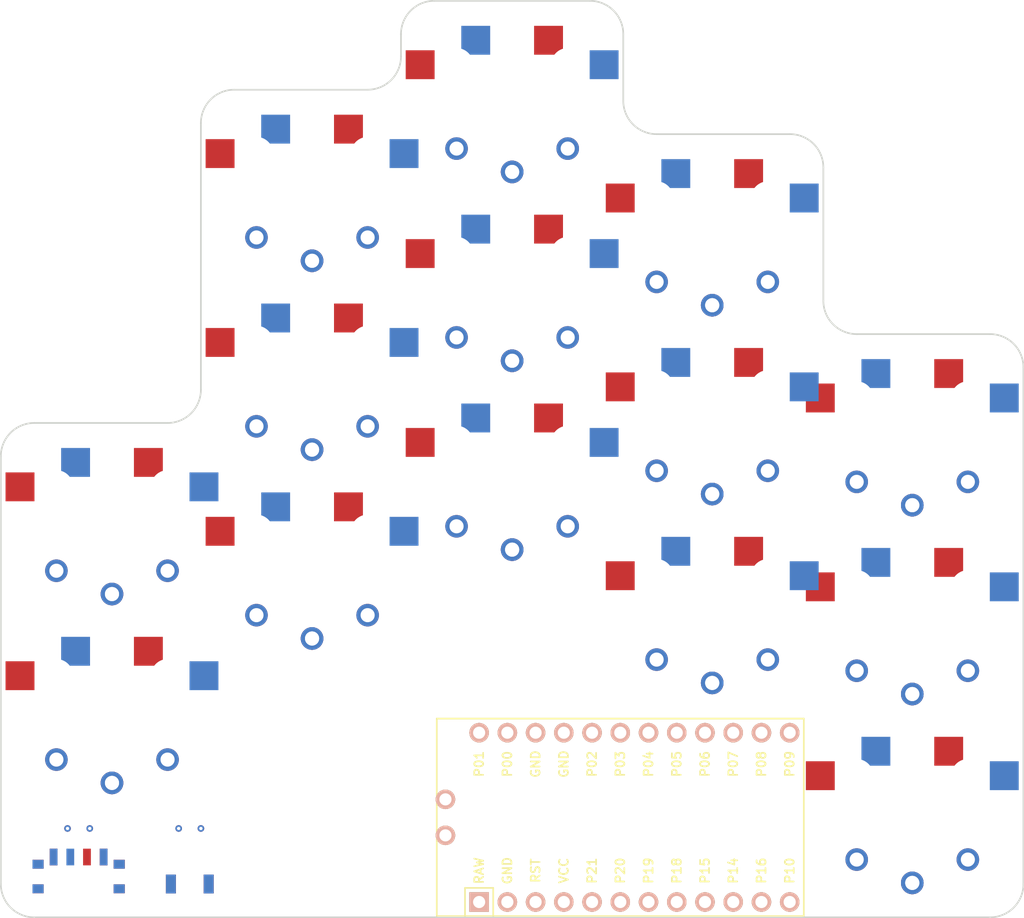
<source format=kicad_pcb>

            
(kicad_pcb (version 20171130) (host pcbnew 5.1.6)

  (page A3)
  (title_block
    (title KEYBOARD_NAME_HERE)
    (rev VERSION_HERE)
    (company YOUR_NAME_HERE)
  )

  (general
    (thickness 1.6)
  )

  (layers
    (0 F.Cu signal)
    (31 B.Cu signal)
    (32 B.Adhes user)
    (33 F.Adhes user)
    (34 B.Paste user)
    (35 F.Paste user)
    (36 B.SilkS user)
    (37 F.SilkS user)
    (38 B.Mask user)
    (39 F.Mask user)
    (40 Dwgs.User user)
    (41 Cmts.User user)
    (42 Eco1.User user)
    (43 Eco2.User user)
    (44 Edge.Cuts user)
    (45 Margin user)
    (46 B.CrtYd user)
    (47 F.CrtYd user)
    (48 B.Fab user)
    (49 F.Fab user)
  )

  (setup
    (last_trace_width 0.25)
    (trace_clearance 0.2)
    (zone_clearance 0.508)
    (zone_45_only no)
    (trace_min 0.2)
    (via_size 0.8)
    (via_drill 0.4)
    (via_min_size 0.4)
    (via_min_drill 0.3)
    (uvia_size 0.3)
    (uvia_drill 0.1)
    (uvias_allowed no)
    (uvia_min_size 0.2)
    (uvia_min_drill 0.1)
    (edge_width 0.05)
    (segment_width 0.2)
    (pcb_text_width 0.3)
    (pcb_text_size 1.5 1.5)
    (mod_edge_width 0.12)
    (mod_text_size 1 1)
    (mod_text_width 0.15)
    (pad_size 1.524 1.524)
    (pad_drill 0.762)
    (pad_to_mask_clearance 0.05)
    (aux_axis_origin 0 0)
    (visible_elements FFFFFF7F)
    (pcbplotparams
      (layerselection 0x010fc_ffffffff)
      (usegerberextensions false)
      (usegerberattributes true)
      (usegerberadvancedattributes true)
      (creategerberjobfile true)
      (excludeedgelayer true)
      (linewidth 0.100000)
      (plotframeref false)
      (viasonmask false)
      (mode 1)
      (useauxorigin false)
      (hpglpennumber 1)
      (hpglpenspeed 20)
      (hpglpendiameter 15.000000)
      (psnegative false)
      (psa4output false)
      (plotreference true)
      (plotvalue true)
      (plotinvisibletext false)
      (padsonsilk false)
      (subtractmaskfromsilk false)
      (outputformat 1)
      (mirror false)
      (drillshape 1)
      (scaleselection 1)
      (outputdirectory ""))
  )

            (net 0 "")
(net 1 "P21")
(net 2 "GND")
(net 3 "P20")
(net 4 "P19")
(net 5 "P18")
(net 6 "P15")
(net 7 "P14")
(net 8 "P16")
(net 9 "P10")
(net 10 "P4")
(net 11 "P5")
(net 12 "P6")
(net 13 "P9")
(net 14 "P7")
(net 15 "P8")
(net 16 "RAW")
(net 17 "RST")
(net 18 "VCC")
(net 19 "P1")
(net 20 "P0")
(net 21 "P2")
(net 22 "P3")
(net 23 "pos")
            
  (net_class Default "This is the default net class."
    (clearance 0.2)
    (trace_width 0.25)
    (via_dia 0.8)
    (via_drill 0.4)
    (uvia_dia 0.3)
    (uvia_drill 0.1)
    (add_net "")
(add_net "P21")
(add_net "GND")
(add_net "P20")
(add_net "P19")
(add_net "P18")
(add_net "P15")
(add_net "P14")
(add_net "P16")
(add_net "P10")
(add_net "P4")
(add_net "P5")
(add_net "P6")
(add_net "P9")
(add_net "P7")
(add_net "P8")
(add_net "RAW")
(add_net "RST")
(add_net "VCC")
(add_net "P1")
(add_net "P0")
(add_net "P2")
(add_net "P3")
(add_net "pos")
  )

            
        
      (module PG1350 (layer F.Cu) (tedit 5DD50112)
      (at 18 0 0)

      
      (fp_text reference "S1" (at 0 0) (layer F.SilkS) hide (effects (font (size 1.27 1.27) (thickness 0.15))))
      (fp_text value "" (at 0 0) (layer F.SilkS) hide (effects (font (size 1.27 1.27) (thickness 0.15))))

      
      (fp_line (start -7 -6) (end -7 -7) (layer Dwgs.User) (width 0.15))
      (fp_line (start -7 7) (end -6 7) (layer Dwgs.User) (width 0.15))
      (fp_line (start -6 -7) (end -7 -7) (layer Dwgs.User) (width 0.15))
      (fp_line (start -7 7) (end -7 6) (layer Dwgs.User) (width 0.15))
      (fp_line (start 7 6) (end 7 7) (layer Dwgs.User) (width 0.15))
      (fp_line (start 7 -7) (end 6 -7) (layer Dwgs.User) (width 0.15))
      (fp_line (start 6 7) (end 7 7) (layer Dwgs.User) (width 0.15))
      (fp_line (start 7 -7) (end 7 -6) (layer Dwgs.User) (width 0.15))      
      
      
      (pad "" np_thru_hole circle (at 0 0) (size 3.429 3.429) (drill 3.429) (layers *.Cu *.Mask))
        
      
      (pad "" np_thru_hole circle (at 5.5 0) (size 1.7018 1.7018) (drill 1.7018) (layers *.Cu *.Mask))
      (pad "" np_thru_hole circle (at -5.5 0) (size 1.7018 1.7018) (drill 1.7018) (layers *.Cu *.Mask))
      
        
      
      (fp_line (start -9 -8.5) (end 9 -8.5) (layer Dwgs.User) (width 0.15))
      (fp_line (start 9 -8.5) (end 9 8.5) (layer Dwgs.User) (width 0.15))
      (fp_line (start 9 8.5) (end -9 8.5) (layer Dwgs.User) (width 0.15))
      (fp_line (start -9 8.5) (end -9 -8.5) (layer Dwgs.User) (width 0.15))
      
        
          
          (pad "" np_thru_hole circle (at 5 -3.75) (size 3 3) (drill 3) (layers *.Cu *.Mask))
          (pad "" np_thru_hole circle (at 0 -5.95) (size 3 3) (drill 3) (layers *.Cu *.Mask))
      
          
          (pad 1 smd rect (at -3.275 -5.95 0) (size 2.6 2.6) (layers B.Cu B.Paste B.Mask)  (net 1 "P21"))
          (pad 2 smd rect (at 8.275 -3.75 0) (size 2.6 2.6) (layers B.Cu B.Paste B.Mask)  (net 2 "GND"))
        
        
          
          (pad "" np_thru_hole circle (at -5 -3.75) (size 3 3) (drill 3) (layers *.Cu *.Mask))
          (pad "" np_thru_hole circle (at 0 -5.95) (size 3 3) (drill 3) (layers *.Cu *.Mask))
      
          
          (pad 1 smd rect (at 3.275 -5.95 0) (size 2.6 2.6) (layers F.Cu F.Paste F.Mask)  (net 1 "P21"))
          (pad 2 smd rect (at -8.275 -3.75 0) (size 2.6 2.6) (layers F.Cu F.Paste F.Mask)  (net 2 "GND"))
        )
        

        
      (module PG1350 (layer F.Cu) (tedit 5DD50112)
      (at 18 0 180)

      
      (fp_text reference "S2" (at 0 0) (layer F.SilkS) hide (effects (font (size 1.27 1.27) (thickness 0.15))))
      (fp_text value "" (at 0 0) (layer F.SilkS) hide (effects (font (size 1.27 1.27) (thickness 0.15))))

      
      (fp_line (start -7 -6) (end -7 -7) (layer Dwgs.User) (width 0.15))
      (fp_line (start -7 7) (end -6 7) (layer Dwgs.User) (width 0.15))
      (fp_line (start -6 -7) (end -7 -7) (layer Dwgs.User) (width 0.15))
      (fp_line (start -7 7) (end -7 6) (layer Dwgs.User) (width 0.15))
      (fp_line (start 7 6) (end 7 7) (layer Dwgs.User) (width 0.15))
      (fp_line (start 7 -7) (end 6 -7) (layer Dwgs.User) (width 0.15))
      (fp_line (start 6 7) (end 7 7) (layer Dwgs.User) (width 0.15))
      (fp_line (start 7 -7) (end 7 -6) (layer Dwgs.User) (width 0.15))      
      
      
      (pad "" np_thru_hole circle (at 0 0) (size 3.429 3.429) (drill 3.429) (layers *.Cu *.Mask))
        
      
      (pad "" np_thru_hole circle (at 5.5 0) (size 1.7018 1.7018) (drill 1.7018) (layers *.Cu *.Mask))
      (pad "" np_thru_hole circle (at -5.5 0) (size 1.7018 1.7018) (drill 1.7018) (layers *.Cu *.Mask))
      
        
      
      (fp_line (start -9 -8.5) (end 9 -8.5) (layer Dwgs.User) (width 0.15))
      (fp_line (start 9 -8.5) (end 9 8.5) (layer Dwgs.User) (width 0.15))
      (fp_line (start 9 8.5) (end -9 8.5) (layer Dwgs.User) (width 0.15))
      (fp_line (start -9 8.5) (end -9 -8.5) (layer Dwgs.User) (width 0.15))
      
        
            
            (pad 1 thru_hole circle (at 5 -3.8) (size 2.032 2.032) (drill 1.27) (layers *.Cu *.Mask) (net 1 "P21"))
            (pad 2 thru_hole circle (at 0 -5.9) (size 2.032 2.032) (drill 1.27) (layers *.Cu *.Mask) (net 2 "GND"))
          
        
            
            (pad 1 thru_hole circle (at -5 -3.8) (size 2.032 2.032) (drill 1.27) (layers *.Cu *.Mask) (net 1 "P21"))
            (pad 2 thru_hole circle (at -0 -5.9) (size 2.032 2.032) (drill 1.27) (layers *.Cu *.Mask) (net 2 "GND"))
          )
        

        
      (module PG1350 (layer F.Cu) (tedit 5DD50112)
      (at 18 -17 0)

      
      (fp_text reference "S3" (at 0 0) (layer F.SilkS) hide (effects (font (size 1.27 1.27) (thickness 0.15))))
      (fp_text value "" (at 0 0) (layer F.SilkS) hide (effects (font (size 1.27 1.27) (thickness 0.15))))

      
      (fp_line (start -7 -6) (end -7 -7) (layer Dwgs.User) (width 0.15))
      (fp_line (start -7 7) (end -6 7) (layer Dwgs.User) (width 0.15))
      (fp_line (start -6 -7) (end -7 -7) (layer Dwgs.User) (width 0.15))
      (fp_line (start -7 7) (end -7 6) (layer Dwgs.User) (width 0.15))
      (fp_line (start 7 6) (end 7 7) (layer Dwgs.User) (width 0.15))
      (fp_line (start 7 -7) (end 6 -7) (layer Dwgs.User) (width 0.15))
      (fp_line (start 6 7) (end 7 7) (layer Dwgs.User) (width 0.15))
      (fp_line (start 7 -7) (end 7 -6) (layer Dwgs.User) (width 0.15))      
      
      
      (pad "" np_thru_hole circle (at 0 0) (size 3.429 3.429) (drill 3.429) (layers *.Cu *.Mask))
        
      
      (pad "" np_thru_hole circle (at 5.5 0) (size 1.7018 1.7018) (drill 1.7018) (layers *.Cu *.Mask))
      (pad "" np_thru_hole circle (at -5.5 0) (size 1.7018 1.7018) (drill 1.7018) (layers *.Cu *.Mask))
      
        
      
      (fp_line (start -9 -8.5) (end 9 -8.5) (layer Dwgs.User) (width 0.15))
      (fp_line (start 9 -8.5) (end 9 8.5) (layer Dwgs.User) (width 0.15))
      (fp_line (start 9 8.5) (end -9 8.5) (layer Dwgs.User) (width 0.15))
      (fp_line (start -9 8.5) (end -9 -8.5) (layer Dwgs.User) (width 0.15))
      
        
          
          (pad "" np_thru_hole circle (at 5 -3.75) (size 3 3) (drill 3) (layers *.Cu *.Mask))
          (pad "" np_thru_hole circle (at 0 -5.95) (size 3 3) (drill 3) (layers *.Cu *.Mask))
      
          
          (pad 1 smd rect (at -3.275 -5.95 0) (size 2.6 2.6) (layers B.Cu B.Paste B.Mask)  (net 3 "P20"))
          (pad 2 smd rect (at 8.275 -3.75 0) (size 2.6 2.6) (layers B.Cu B.Paste B.Mask)  (net 2 "GND"))
        
        
          
          (pad "" np_thru_hole circle (at -5 -3.75) (size 3 3) (drill 3) (layers *.Cu *.Mask))
          (pad "" np_thru_hole circle (at 0 -5.95) (size 3 3) (drill 3) (layers *.Cu *.Mask))
      
          
          (pad 1 smd rect (at 3.275 -5.95 0) (size 2.6 2.6) (layers F.Cu F.Paste F.Mask)  (net 3 "P20"))
          (pad 2 smd rect (at -8.275 -3.75 0) (size 2.6 2.6) (layers F.Cu F.Paste F.Mask)  (net 2 "GND"))
        )
        

        
      (module PG1350 (layer F.Cu) (tedit 5DD50112)
      (at 18 -17 180)

      
      (fp_text reference "S4" (at 0 0) (layer F.SilkS) hide (effects (font (size 1.27 1.27) (thickness 0.15))))
      (fp_text value "" (at 0 0) (layer F.SilkS) hide (effects (font (size 1.27 1.27) (thickness 0.15))))

      
      (fp_line (start -7 -6) (end -7 -7) (layer Dwgs.User) (width 0.15))
      (fp_line (start -7 7) (end -6 7) (layer Dwgs.User) (width 0.15))
      (fp_line (start -6 -7) (end -7 -7) (layer Dwgs.User) (width 0.15))
      (fp_line (start -7 7) (end -7 6) (layer Dwgs.User) (width 0.15))
      (fp_line (start 7 6) (end 7 7) (layer Dwgs.User) (width 0.15))
      (fp_line (start 7 -7) (end 6 -7) (layer Dwgs.User) (width 0.15))
      (fp_line (start 6 7) (end 7 7) (layer Dwgs.User) (width 0.15))
      (fp_line (start 7 -7) (end 7 -6) (layer Dwgs.User) (width 0.15))      
      
      
      (pad "" np_thru_hole circle (at 0 0) (size 3.429 3.429) (drill 3.429) (layers *.Cu *.Mask))
        
      
      (pad "" np_thru_hole circle (at 5.5 0) (size 1.7018 1.7018) (drill 1.7018) (layers *.Cu *.Mask))
      (pad "" np_thru_hole circle (at -5.5 0) (size 1.7018 1.7018) (drill 1.7018) (layers *.Cu *.Mask))
      
        
      
      (fp_line (start -9 -8.5) (end 9 -8.5) (layer Dwgs.User) (width 0.15))
      (fp_line (start 9 -8.5) (end 9 8.5) (layer Dwgs.User) (width 0.15))
      (fp_line (start 9 8.5) (end -9 8.5) (layer Dwgs.User) (width 0.15))
      (fp_line (start -9 8.5) (end -9 -8.5) (layer Dwgs.User) (width 0.15))
      
        
            
            (pad 1 thru_hole circle (at 5 -3.8) (size 2.032 2.032) (drill 1.27) (layers *.Cu *.Mask) (net 3 "P20"))
            (pad 2 thru_hole circle (at 0 -5.9) (size 2.032 2.032) (drill 1.27) (layers *.Cu *.Mask) (net 2 "GND"))
          
        
            
            (pad 1 thru_hole circle (at -5 -3.8) (size 2.032 2.032) (drill 1.27) (layers *.Cu *.Mask) (net 3 "P20"))
            (pad 2 thru_hole circle (at -0 -5.9) (size 2.032 2.032) (drill 1.27) (layers *.Cu *.Mask) (net 2 "GND"))
          )
        

        
      (module PG1350 (layer F.Cu) (tedit 5DD50112)
      (at 36 -13 0)

      
      (fp_text reference "S5" (at 0 0) (layer F.SilkS) hide (effects (font (size 1.27 1.27) (thickness 0.15))))
      (fp_text value "" (at 0 0) (layer F.SilkS) hide (effects (font (size 1.27 1.27) (thickness 0.15))))

      
      (fp_line (start -7 -6) (end -7 -7) (layer Dwgs.User) (width 0.15))
      (fp_line (start -7 7) (end -6 7) (layer Dwgs.User) (width 0.15))
      (fp_line (start -6 -7) (end -7 -7) (layer Dwgs.User) (width 0.15))
      (fp_line (start -7 7) (end -7 6) (layer Dwgs.User) (width 0.15))
      (fp_line (start 7 6) (end 7 7) (layer Dwgs.User) (width 0.15))
      (fp_line (start 7 -7) (end 6 -7) (layer Dwgs.User) (width 0.15))
      (fp_line (start 6 7) (end 7 7) (layer Dwgs.User) (width 0.15))
      (fp_line (start 7 -7) (end 7 -6) (layer Dwgs.User) (width 0.15))      
      
      
      (pad "" np_thru_hole circle (at 0 0) (size 3.429 3.429) (drill 3.429) (layers *.Cu *.Mask))
        
      
      (pad "" np_thru_hole circle (at 5.5 0) (size 1.7018 1.7018) (drill 1.7018) (layers *.Cu *.Mask))
      (pad "" np_thru_hole circle (at -5.5 0) (size 1.7018 1.7018) (drill 1.7018) (layers *.Cu *.Mask))
      
        
      
      (fp_line (start -9 -8.5) (end 9 -8.5) (layer Dwgs.User) (width 0.15))
      (fp_line (start 9 -8.5) (end 9 8.5) (layer Dwgs.User) (width 0.15))
      (fp_line (start 9 8.5) (end -9 8.5) (layer Dwgs.User) (width 0.15))
      (fp_line (start -9 8.5) (end -9 -8.5) (layer Dwgs.User) (width 0.15))
      
        
          
          (pad "" np_thru_hole circle (at 5 -3.75) (size 3 3) (drill 3) (layers *.Cu *.Mask))
          (pad "" np_thru_hole circle (at 0 -5.95) (size 3 3) (drill 3) (layers *.Cu *.Mask))
      
          
          (pad 1 smd rect (at -3.275 -5.95 0) (size 2.6 2.6) (layers B.Cu B.Paste B.Mask)  (net 4 "P19"))
          (pad 2 smd rect (at 8.275 -3.75 0) (size 2.6 2.6) (layers B.Cu B.Paste B.Mask)  (net 2 "GND"))
        
        
          
          (pad "" np_thru_hole circle (at -5 -3.75) (size 3 3) (drill 3) (layers *.Cu *.Mask))
          (pad "" np_thru_hole circle (at 0 -5.95) (size 3 3) (drill 3) (layers *.Cu *.Mask))
      
          
          (pad 1 smd rect (at 3.275 -5.95 0) (size 2.6 2.6) (layers F.Cu F.Paste F.Mask)  (net 4 "P19"))
          (pad 2 smd rect (at -8.275 -3.75 0) (size 2.6 2.6) (layers F.Cu F.Paste F.Mask)  (net 2 "GND"))
        )
        

        
      (module PG1350 (layer F.Cu) (tedit 5DD50112)
      (at 36 -13 180)

      
      (fp_text reference "S6" (at 0 0) (layer F.SilkS) hide (effects (font (size 1.27 1.27) (thickness 0.15))))
      (fp_text value "" (at 0 0) (layer F.SilkS) hide (effects (font (size 1.27 1.27) (thickness 0.15))))

      
      (fp_line (start -7 -6) (end -7 -7) (layer Dwgs.User) (width 0.15))
      (fp_line (start -7 7) (end -6 7) (layer Dwgs.User) (width 0.15))
      (fp_line (start -6 -7) (end -7 -7) (layer Dwgs.User) (width 0.15))
      (fp_line (start -7 7) (end -7 6) (layer Dwgs.User) (width 0.15))
      (fp_line (start 7 6) (end 7 7) (layer Dwgs.User) (width 0.15))
      (fp_line (start 7 -7) (end 6 -7) (layer Dwgs.User) (width 0.15))
      (fp_line (start 6 7) (end 7 7) (layer Dwgs.User) (width 0.15))
      (fp_line (start 7 -7) (end 7 -6) (layer Dwgs.User) (width 0.15))      
      
      
      (pad "" np_thru_hole circle (at 0 0) (size 3.429 3.429) (drill 3.429) (layers *.Cu *.Mask))
        
      
      (pad "" np_thru_hole circle (at 5.5 0) (size 1.7018 1.7018) (drill 1.7018) (layers *.Cu *.Mask))
      (pad "" np_thru_hole circle (at -5.5 0) (size 1.7018 1.7018) (drill 1.7018) (layers *.Cu *.Mask))
      
        
      
      (fp_line (start -9 -8.5) (end 9 -8.5) (layer Dwgs.User) (width 0.15))
      (fp_line (start 9 -8.5) (end 9 8.5) (layer Dwgs.User) (width 0.15))
      (fp_line (start 9 8.5) (end -9 8.5) (layer Dwgs.User) (width 0.15))
      (fp_line (start -9 8.5) (end -9 -8.5) (layer Dwgs.User) (width 0.15))
      
        
            
            (pad 1 thru_hole circle (at 5 -3.8) (size 2.032 2.032) (drill 1.27) (layers *.Cu *.Mask) (net 4 "P19"))
            (pad 2 thru_hole circle (at 0 -5.9) (size 2.032 2.032) (drill 1.27) (layers *.Cu *.Mask) (net 2 "GND"))
          
        
            
            (pad 1 thru_hole circle (at -5 -3.8) (size 2.032 2.032) (drill 1.27) (layers *.Cu *.Mask) (net 4 "P19"))
            (pad 2 thru_hole circle (at -0 -5.9) (size 2.032 2.032) (drill 1.27) (layers *.Cu *.Mask) (net 2 "GND"))
          )
        

        
      (module PG1350 (layer F.Cu) (tedit 5DD50112)
      (at 36 -30 0)

      
      (fp_text reference "S7" (at 0 0) (layer F.SilkS) hide (effects (font (size 1.27 1.27) (thickness 0.15))))
      (fp_text value "" (at 0 0) (layer F.SilkS) hide (effects (font (size 1.27 1.27) (thickness 0.15))))

      
      (fp_line (start -7 -6) (end -7 -7) (layer Dwgs.User) (width 0.15))
      (fp_line (start -7 7) (end -6 7) (layer Dwgs.User) (width 0.15))
      (fp_line (start -6 -7) (end -7 -7) (layer Dwgs.User) (width 0.15))
      (fp_line (start -7 7) (end -7 6) (layer Dwgs.User) (width 0.15))
      (fp_line (start 7 6) (end 7 7) (layer Dwgs.User) (width 0.15))
      (fp_line (start 7 -7) (end 6 -7) (layer Dwgs.User) (width 0.15))
      (fp_line (start 6 7) (end 7 7) (layer Dwgs.User) (width 0.15))
      (fp_line (start 7 -7) (end 7 -6) (layer Dwgs.User) (width 0.15))      
      
      
      (pad "" np_thru_hole circle (at 0 0) (size 3.429 3.429) (drill 3.429) (layers *.Cu *.Mask))
        
      
      (pad "" np_thru_hole circle (at 5.5 0) (size 1.7018 1.7018) (drill 1.7018) (layers *.Cu *.Mask))
      (pad "" np_thru_hole circle (at -5.5 0) (size 1.7018 1.7018) (drill 1.7018) (layers *.Cu *.Mask))
      
        
      
      (fp_line (start -9 -8.5) (end 9 -8.5) (layer Dwgs.User) (width 0.15))
      (fp_line (start 9 -8.5) (end 9 8.5) (layer Dwgs.User) (width 0.15))
      (fp_line (start 9 8.5) (end -9 8.5) (layer Dwgs.User) (width 0.15))
      (fp_line (start -9 8.5) (end -9 -8.5) (layer Dwgs.User) (width 0.15))
      
        
          
          (pad "" np_thru_hole circle (at 5 -3.75) (size 3 3) (drill 3) (layers *.Cu *.Mask))
          (pad "" np_thru_hole circle (at 0 -5.95) (size 3 3) (drill 3) (layers *.Cu *.Mask))
      
          
          (pad 1 smd rect (at -3.275 -5.95 0) (size 2.6 2.6) (layers B.Cu B.Paste B.Mask)  (net 5 "P18"))
          (pad 2 smd rect (at 8.275 -3.75 0) (size 2.6 2.6) (layers B.Cu B.Paste B.Mask)  (net 2 "GND"))
        
        
          
          (pad "" np_thru_hole circle (at -5 -3.75) (size 3 3) (drill 3) (layers *.Cu *.Mask))
          (pad "" np_thru_hole circle (at 0 -5.95) (size 3 3) (drill 3) (layers *.Cu *.Mask))
      
          
          (pad 1 smd rect (at 3.275 -5.95 0) (size 2.6 2.6) (layers F.Cu F.Paste F.Mask)  (net 5 "P18"))
          (pad 2 smd rect (at -8.275 -3.75 0) (size 2.6 2.6) (layers F.Cu F.Paste F.Mask)  (net 2 "GND"))
        )
        

        
      (module PG1350 (layer F.Cu) (tedit 5DD50112)
      (at 36 -30 180)

      
      (fp_text reference "S8" (at 0 0) (layer F.SilkS) hide (effects (font (size 1.27 1.27) (thickness 0.15))))
      (fp_text value "" (at 0 0) (layer F.SilkS) hide (effects (font (size 1.27 1.27) (thickness 0.15))))

      
      (fp_line (start -7 -6) (end -7 -7) (layer Dwgs.User) (width 0.15))
      (fp_line (start -7 7) (end -6 7) (layer Dwgs.User) (width 0.15))
      (fp_line (start -6 -7) (end -7 -7) (layer Dwgs.User) (width 0.15))
      (fp_line (start -7 7) (end -7 6) (layer Dwgs.User) (width 0.15))
      (fp_line (start 7 6) (end 7 7) (layer Dwgs.User) (width 0.15))
      (fp_line (start 7 -7) (end 6 -7) (layer Dwgs.User) (width 0.15))
      (fp_line (start 6 7) (end 7 7) (layer Dwgs.User) (width 0.15))
      (fp_line (start 7 -7) (end 7 -6) (layer Dwgs.User) (width 0.15))      
      
      
      (pad "" np_thru_hole circle (at 0 0) (size 3.429 3.429) (drill 3.429) (layers *.Cu *.Mask))
        
      
      (pad "" np_thru_hole circle (at 5.5 0) (size 1.7018 1.7018) (drill 1.7018) (layers *.Cu *.Mask))
      (pad "" np_thru_hole circle (at -5.5 0) (size 1.7018 1.7018) (drill 1.7018) (layers *.Cu *.Mask))
      
        
      
      (fp_line (start -9 -8.5) (end 9 -8.5) (layer Dwgs.User) (width 0.15))
      (fp_line (start 9 -8.5) (end 9 8.5) (layer Dwgs.User) (width 0.15))
      (fp_line (start 9 8.5) (end -9 8.5) (layer Dwgs.User) (width 0.15))
      (fp_line (start -9 8.5) (end -9 -8.5) (layer Dwgs.User) (width 0.15))
      
        
            
            (pad 1 thru_hole circle (at 5 -3.8) (size 2.032 2.032) (drill 1.27) (layers *.Cu *.Mask) (net 5 "P18"))
            (pad 2 thru_hole circle (at 0 -5.9) (size 2.032 2.032) (drill 1.27) (layers *.Cu *.Mask) (net 2 "GND"))
          
        
            
            (pad 1 thru_hole circle (at -5 -3.8) (size 2.032 2.032) (drill 1.27) (layers *.Cu *.Mask) (net 5 "P18"))
            (pad 2 thru_hole circle (at -0 -5.9) (size 2.032 2.032) (drill 1.27) (layers *.Cu *.Mask) (net 2 "GND"))
          )
        

        
      (module PG1350 (layer F.Cu) (tedit 5DD50112)
      (at 36 -47 0)

      
      (fp_text reference "S9" (at 0 0) (layer F.SilkS) hide (effects (font (size 1.27 1.27) (thickness 0.15))))
      (fp_text value "" (at 0 0) (layer F.SilkS) hide (effects (font (size 1.27 1.27) (thickness 0.15))))

      
      (fp_line (start -7 -6) (end -7 -7) (layer Dwgs.User) (width 0.15))
      (fp_line (start -7 7) (end -6 7) (layer Dwgs.User) (width 0.15))
      (fp_line (start -6 -7) (end -7 -7) (layer Dwgs.User) (width 0.15))
      (fp_line (start -7 7) (end -7 6) (layer Dwgs.User) (width 0.15))
      (fp_line (start 7 6) (end 7 7) (layer Dwgs.User) (width 0.15))
      (fp_line (start 7 -7) (end 6 -7) (layer Dwgs.User) (width 0.15))
      (fp_line (start 6 7) (end 7 7) (layer Dwgs.User) (width 0.15))
      (fp_line (start 7 -7) (end 7 -6) (layer Dwgs.User) (width 0.15))      
      
      
      (pad "" np_thru_hole circle (at 0 0) (size 3.429 3.429) (drill 3.429) (layers *.Cu *.Mask))
        
      
      (pad "" np_thru_hole circle (at 5.5 0) (size 1.7018 1.7018) (drill 1.7018) (layers *.Cu *.Mask))
      (pad "" np_thru_hole circle (at -5.5 0) (size 1.7018 1.7018) (drill 1.7018) (layers *.Cu *.Mask))
      
        
      
      (fp_line (start -9 -8.5) (end 9 -8.5) (layer Dwgs.User) (width 0.15))
      (fp_line (start 9 -8.5) (end 9 8.5) (layer Dwgs.User) (width 0.15))
      (fp_line (start 9 8.5) (end -9 8.5) (layer Dwgs.User) (width 0.15))
      (fp_line (start -9 8.5) (end -9 -8.5) (layer Dwgs.User) (width 0.15))
      
        
          
          (pad "" np_thru_hole circle (at 5 -3.75) (size 3 3) (drill 3) (layers *.Cu *.Mask))
          (pad "" np_thru_hole circle (at 0 -5.95) (size 3 3) (drill 3) (layers *.Cu *.Mask))
      
          
          (pad 1 smd rect (at -3.275 -5.95 0) (size 2.6 2.6) (layers B.Cu B.Paste B.Mask)  (net 6 "P15"))
          (pad 2 smd rect (at 8.275 -3.75 0) (size 2.6 2.6) (layers B.Cu B.Paste B.Mask)  (net 2 "GND"))
        
        
          
          (pad "" np_thru_hole circle (at -5 -3.75) (size 3 3) (drill 3) (layers *.Cu *.Mask))
          (pad "" np_thru_hole circle (at 0 -5.95) (size 3 3) (drill 3) (layers *.Cu *.Mask))
      
          
          (pad 1 smd rect (at 3.275 -5.95 0) (size 2.6 2.6) (layers F.Cu F.Paste F.Mask)  (net 6 "P15"))
          (pad 2 smd rect (at -8.275 -3.75 0) (size 2.6 2.6) (layers F.Cu F.Paste F.Mask)  (net 2 "GND"))
        )
        

        
      (module PG1350 (layer F.Cu) (tedit 5DD50112)
      (at 36 -47 180)

      
      (fp_text reference "S10" (at 0 0) (layer F.SilkS) hide (effects (font (size 1.27 1.27) (thickness 0.15))))
      (fp_text value "" (at 0 0) (layer F.SilkS) hide (effects (font (size 1.27 1.27) (thickness 0.15))))

      
      (fp_line (start -7 -6) (end -7 -7) (layer Dwgs.User) (width 0.15))
      (fp_line (start -7 7) (end -6 7) (layer Dwgs.User) (width 0.15))
      (fp_line (start -6 -7) (end -7 -7) (layer Dwgs.User) (width 0.15))
      (fp_line (start -7 7) (end -7 6) (layer Dwgs.User) (width 0.15))
      (fp_line (start 7 6) (end 7 7) (layer Dwgs.User) (width 0.15))
      (fp_line (start 7 -7) (end 6 -7) (layer Dwgs.User) (width 0.15))
      (fp_line (start 6 7) (end 7 7) (layer Dwgs.User) (width 0.15))
      (fp_line (start 7 -7) (end 7 -6) (layer Dwgs.User) (width 0.15))      
      
      
      (pad "" np_thru_hole circle (at 0 0) (size 3.429 3.429) (drill 3.429) (layers *.Cu *.Mask))
        
      
      (pad "" np_thru_hole circle (at 5.5 0) (size 1.7018 1.7018) (drill 1.7018) (layers *.Cu *.Mask))
      (pad "" np_thru_hole circle (at -5.5 0) (size 1.7018 1.7018) (drill 1.7018) (layers *.Cu *.Mask))
      
        
      
      (fp_line (start -9 -8.5) (end 9 -8.5) (layer Dwgs.User) (width 0.15))
      (fp_line (start 9 -8.5) (end 9 8.5) (layer Dwgs.User) (width 0.15))
      (fp_line (start 9 8.5) (end -9 8.5) (layer Dwgs.User) (width 0.15))
      (fp_line (start -9 8.5) (end -9 -8.5) (layer Dwgs.User) (width 0.15))
      
        
            
            (pad 1 thru_hole circle (at 5 -3.8) (size 2.032 2.032) (drill 1.27) (layers *.Cu *.Mask) (net 6 "P15"))
            (pad 2 thru_hole circle (at 0 -5.9) (size 2.032 2.032) (drill 1.27) (layers *.Cu *.Mask) (net 2 "GND"))
          
        
            
            (pad 1 thru_hole circle (at -5 -3.8) (size 2.032 2.032) (drill 1.27) (layers *.Cu *.Mask) (net 6 "P15"))
            (pad 2 thru_hole circle (at -0 -5.9) (size 2.032 2.032) (drill 1.27) (layers *.Cu *.Mask) (net 2 "GND"))
          )
        

        
      (module PG1350 (layer F.Cu) (tedit 5DD50112)
      (at 54 -21 0)

      
      (fp_text reference "S11" (at 0 0) (layer F.SilkS) hide (effects (font (size 1.27 1.27) (thickness 0.15))))
      (fp_text value "" (at 0 0) (layer F.SilkS) hide (effects (font (size 1.27 1.27) (thickness 0.15))))

      
      (fp_line (start -7 -6) (end -7 -7) (layer Dwgs.User) (width 0.15))
      (fp_line (start -7 7) (end -6 7) (layer Dwgs.User) (width 0.15))
      (fp_line (start -6 -7) (end -7 -7) (layer Dwgs.User) (width 0.15))
      (fp_line (start -7 7) (end -7 6) (layer Dwgs.User) (width 0.15))
      (fp_line (start 7 6) (end 7 7) (layer Dwgs.User) (width 0.15))
      (fp_line (start 7 -7) (end 6 -7) (layer Dwgs.User) (width 0.15))
      (fp_line (start 6 7) (end 7 7) (layer Dwgs.User) (width 0.15))
      (fp_line (start 7 -7) (end 7 -6) (layer Dwgs.User) (width 0.15))      
      
      
      (pad "" np_thru_hole circle (at 0 0) (size 3.429 3.429) (drill 3.429) (layers *.Cu *.Mask))
        
      
      (pad "" np_thru_hole circle (at 5.5 0) (size 1.7018 1.7018) (drill 1.7018) (layers *.Cu *.Mask))
      (pad "" np_thru_hole circle (at -5.5 0) (size 1.7018 1.7018) (drill 1.7018) (layers *.Cu *.Mask))
      
        
      
      (fp_line (start -9 -8.5) (end 9 -8.5) (layer Dwgs.User) (width 0.15))
      (fp_line (start 9 -8.5) (end 9 8.5) (layer Dwgs.User) (width 0.15))
      (fp_line (start 9 8.5) (end -9 8.5) (layer Dwgs.User) (width 0.15))
      (fp_line (start -9 8.5) (end -9 -8.5) (layer Dwgs.User) (width 0.15))
      
        
          
          (pad "" np_thru_hole circle (at 5 -3.75) (size 3 3) (drill 3) (layers *.Cu *.Mask))
          (pad "" np_thru_hole circle (at 0 -5.95) (size 3 3) (drill 3) (layers *.Cu *.Mask))
      
          
          (pad 1 smd rect (at -3.275 -5.95 0) (size 2.6 2.6) (layers B.Cu B.Paste B.Mask)  (net 7 "P14"))
          (pad 2 smd rect (at 8.275 -3.75 0) (size 2.6 2.6) (layers B.Cu B.Paste B.Mask)  (net 2 "GND"))
        
        
          
          (pad "" np_thru_hole circle (at -5 -3.75) (size 3 3) (drill 3) (layers *.Cu *.Mask))
          (pad "" np_thru_hole circle (at 0 -5.95) (size 3 3) (drill 3) (layers *.Cu *.Mask))
      
          
          (pad 1 smd rect (at 3.275 -5.95 0) (size 2.6 2.6) (layers F.Cu F.Paste F.Mask)  (net 7 "P14"))
          (pad 2 smd rect (at -8.275 -3.75 0) (size 2.6 2.6) (layers F.Cu F.Paste F.Mask)  (net 2 "GND"))
        )
        

        
      (module PG1350 (layer F.Cu) (tedit 5DD50112)
      (at 54 -21 180)

      
      (fp_text reference "S12" (at 0 0) (layer F.SilkS) hide (effects (font (size 1.27 1.27) (thickness 0.15))))
      (fp_text value "" (at 0 0) (layer F.SilkS) hide (effects (font (size 1.27 1.27) (thickness 0.15))))

      
      (fp_line (start -7 -6) (end -7 -7) (layer Dwgs.User) (width 0.15))
      (fp_line (start -7 7) (end -6 7) (layer Dwgs.User) (width 0.15))
      (fp_line (start -6 -7) (end -7 -7) (layer Dwgs.User) (width 0.15))
      (fp_line (start -7 7) (end -7 6) (layer Dwgs.User) (width 0.15))
      (fp_line (start 7 6) (end 7 7) (layer Dwgs.User) (width 0.15))
      (fp_line (start 7 -7) (end 6 -7) (layer Dwgs.User) (width 0.15))
      (fp_line (start 6 7) (end 7 7) (layer Dwgs.User) (width 0.15))
      (fp_line (start 7 -7) (end 7 -6) (layer Dwgs.User) (width 0.15))      
      
      
      (pad "" np_thru_hole circle (at 0 0) (size 3.429 3.429) (drill 3.429) (layers *.Cu *.Mask))
        
      
      (pad "" np_thru_hole circle (at 5.5 0) (size 1.7018 1.7018) (drill 1.7018) (layers *.Cu *.Mask))
      (pad "" np_thru_hole circle (at -5.5 0) (size 1.7018 1.7018) (drill 1.7018) (layers *.Cu *.Mask))
      
        
      
      (fp_line (start -9 -8.5) (end 9 -8.5) (layer Dwgs.User) (width 0.15))
      (fp_line (start 9 -8.5) (end 9 8.5) (layer Dwgs.User) (width 0.15))
      (fp_line (start 9 8.5) (end -9 8.5) (layer Dwgs.User) (width 0.15))
      (fp_line (start -9 8.5) (end -9 -8.5) (layer Dwgs.User) (width 0.15))
      
        
            
            (pad 1 thru_hole circle (at 5 -3.8) (size 2.032 2.032) (drill 1.27) (layers *.Cu *.Mask) (net 7 "P14"))
            (pad 2 thru_hole circle (at 0 -5.9) (size 2.032 2.032) (drill 1.27) (layers *.Cu *.Mask) (net 2 "GND"))
          
        
            
            (pad 1 thru_hole circle (at -5 -3.8) (size 2.032 2.032) (drill 1.27) (layers *.Cu *.Mask) (net 7 "P14"))
            (pad 2 thru_hole circle (at -0 -5.9) (size 2.032 2.032) (drill 1.27) (layers *.Cu *.Mask) (net 2 "GND"))
          )
        

        
      (module PG1350 (layer F.Cu) (tedit 5DD50112)
      (at 54 -38 0)

      
      (fp_text reference "S13" (at 0 0) (layer F.SilkS) hide (effects (font (size 1.27 1.27) (thickness 0.15))))
      (fp_text value "" (at 0 0) (layer F.SilkS) hide (effects (font (size 1.27 1.27) (thickness 0.15))))

      
      (fp_line (start -7 -6) (end -7 -7) (layer Dwgs.User) (width 0.15))
      (fp_line (start -7 7) (end -6 7) (layer Dwgs.User) (width 0.15))
      (fp_line (start -6 -7) (end -7 -7) (layer Dwgs.User) (width 0.15))
      (fp_line (start -7 7) (end -7 6) (layer Dwgs.User) (width 0.15))
      (fp_line (start 7 6) (end 7 7) (layer Dwgs.User) (width 0.15))
      (fp_line (start 7 -7) (end 6 -7) (layer Dwgs.User) (width 0.15))
      (fp_line (start 6 7) (end 7 7) (layer Dwgs.User) (width 0.15))
      (fp_line (start 7 -7) (end 7 -6) (layer Dwgs.User) (width 0.15))      
      
      
      (pad "" np_thru_hole circle (at 0 0) (size 3.429 3.429) (drill 3.429) (layers *.Cu *.Mask))
        
      
      (pad "" np_thru_hole circle (at 5.5 0) (size 1.7018 1.7018) (drill 1.7018) (layers *.Cu *.Mask))
      (pad "" np_thru_hole circle (at -5.5 0) (size 1.7018 1.7018) (drill 1.7018) (layers *.Cu *.Mask))
      
        
      
      (fp_line (start -9 -8.5) (end 9 -8.5) (layer Dwgs.User) (width 0.15))
      (fp_line (start 9 -8.5) (end 9 8.5) (layer Dwgs.User) (width 0.15))
      (fp_line (start 9 8.5) (end -9 8.5) (layer Dwgs.User) (width 0.15))
      (fp_line (start -9 8.5) (end -9 -8.5) (layer Dwgs.User) (width 0.15))
      
        
          
          (pad "" np_thru_hole circle (at 5 -3.75) (size 3 3) (drill 3) (layers *.Cu *.Mask))
          (pad "" np_thru_hole circle (at 0 -5.95) (size 3 3) (drill 3) (layers *.Cu *.Mask))
      
          
          (pad 1 smd rect (at -3.275 -5.95 0) (size 2.6 2.6) (layers B.Cu B.Paste B.Mask)  (net 8 "P16"))
          (pad 2 smd rect (at 8.275 -3.75 0) (size 2.6 2.6) (layers B.Cu B.Paste B.Mask)  (net 2 "GND"))
        
        
          
          (pad "" np_thru_hole circle (at -5 -3.75) (size 3 3) (drill 3) (layers *.Cu *.Mask))
          (pad "" np_thru_hole circle (at 0 -5.95) (size 3 3) (drill 3) (layers *.Cu *.Mask))
      
          
          (pad 1 smd rect (at 3.275 -5.95 0) (size 2.6 2.6) (layers F.Cu F.Paste F.Mask)  (net 8 "P16"))
          (pad 2 smd rect (at -8.275 -3.75 0) (size 2.6 2.6) (layers F.Cu F.Paste F.Mask)  (net 2 "GND"))
        )
        

        
      (module PG1350 (layer F.Cu) (tedit 5DD50112)
      (at 54 -38 180)

      
      (fp_text reference "S14" (at 0 0) (layer F.SilkS) hide (effects (font (size 1.27 1.27) (thickness 0.15))))
      (fp_text value "" (at 0 0) (layer F.SilkS) hide (effects (font (size 1.27 1.27) (thickness 0.15))))

      
      (fp_line (start -7 -6) (end -7 -7) (layer Dwgs.User) (width 0.15))
      (fp_line (start -7 7) (end -6 7) (layer Dwgs.User) (width 0.15))
      (fp_line (start -6 -7) (end -7 -7) (layer Dwgs.User) (width 0.15))
      (fp_line (start -7 7) (end -7 6) (layer Dwgs.User) (width 0.15))
      (fp_line (start 7 6) (end 7 7) (layer Dwgs.User) (width 0.15))
      (fp_line (start 7 -7) (end 6 -7) (layer Dwgs.User) (width 0.15))
      (fp_line (start 6 7) (end 7 7) (layer Dwgs.User) (width 0.15))
      (fp_line (start 7 -7) (end 7 -6) (layer Dwgs.User) (width 0.15))      
      
      
      (pad "" np_thru_hole circle (at 0 0) (size 3.429 3.429) (drill 3.429) (layers *.Cu *.Mask))
        
      
      (pad "" np_thru_hole circle (at 5.5 0) (size 1.7018 1.7018) (drill 1.7018) (layers *.Cu *.Mask))
      (pad "" np_thru_hole circle (at -5.5 0) (size 1.7018 1.7018) (drill 1.7018) (layers *.Cu *.Mask))
      
        
      
      (fp_line (start -9 -8.5) (end 9 -8.5) (layer Dwgs.User) (width 0.15))
      (fp_line (start 9 -8.5) (end 9 8.5) (layer Dwgs.User) (width 0.15))
      (fp_line (start 9 8.5) (end -9 8.5) (layer Dwgs.User) (width 0.15))
      (fp_line (start -9 8.5) (end -9 -8.5) (layer Dwgs.User) (width 0.15))
      
        
            
            (pad 1 thru_hole circle (at 5 -3.8) (size 2.032 2.032) (drill 1.27) (layers *.Cu *.Mask) (net 8 "P16"))
            (pad 2 thru_hole circle (at 0 -5.9) (size 2.032 2.032) (drill 1.27) (layers *.Cu *.Mask) (net 2 "GND"))
          
        
            
            (pad 1 thru_hole circle (at -5 -3.8) (size 2.032 2.032) (drill 1.27) (layers *.Cu *.Mask) (net 8 "P16"))
            (pad 2 thru_hole circle (at -0 -5.9) (size 2.032 2.032) (drill 1.27) (layers *.Cu *.Mask) (net 2 "GND"))
          )
        

        
      (module PG1350 (layer F.Cu) (tedit 5DD50112)
      (at 54 -55 0)

      
      (fp_text reference "S15" (at 0 0) (layer F.SilkS) hide (effects (font (size 1.27 1.27) (thickness 0.15))))
      (fp_text value "" (at 0 0) (layer F.SilkS) hide (effects (font (size 1.27 1.27) (thickness 0.15))))

      
      (fp_line (start -7 -6) (end -7 -7) (layer Dwgs.User) (width 0.15))
      (fp_line (start -7 7) (end -6 7) (layer Dwgs.User) (width 0.15))
      (fp_line (start -6 -7) (end -7 -7) (layer Dwgs.User) (width 0.15))
      (fp_line (start -7 7) (end -7 6) (layer Dwgs.User) (width 0.15))
      (fp_line (start 7 6) (end 7 7) (layer Dwgs.User) (width 0.15))
      (fp_line (start 7 -7) (end 6 -7) (layer Dwgs.User) (width 0.15))
      (fp_line (start 6 7) (end 7 7) (layer Dwgs.User) (width 0.15))
      (fp_line (start 7 -7) (end 7 -6) (layer Dwgs.User) (width 0.15))      
      
      
      (pad "" np_thru_hole circle (at 0 0) (size 3.429 3.429) (drill 3.429) (layers *.Cu *.Mask))
        
      
      (pad "" np_thru_hole circle (at 5.5 0) (size 1.7018 1.7018) (drill 1.7018) (layers *.Cu *.Mask))
      (pad "" np_thru_hole circle (at -5.5 0) (size 1.7018 1.7018) (drill 1.7018) (layers *.Cu *.Mask))
      
        
      
      (fp_line (start -9 -8.5) (end 9 -8.5) (layer Dwgs.User) (width 0.15))
      (fp_line (start 9 -8.5) (end 9 8.5) (layer Dwgs.User) (width 0.15))
      (fp_line (start 9 8.5) (end -9 8.5) (layer Dwgs.User) (width 0.15))
      (fp_line (start -9 8.5) (end -9 -8.5) (layer Dwgs.User) (width 0.15))
      
        
          
          (pad "" np_thru_hole circle (at 5 -3.75) (size 3 3) (drill 3) (layers *.Cu *.Mask))
          (pad "" np_thru_hole circle (at 0 -5.95) (size 3 3) (drill 3) (layers *.Cu *.Mask))
      
          
          (pad 1 smd rect (at -3.275 -5.95 0) (size 2.6 2.6) (layers B.Cu B.Paste B.Mask)  (net 9 "P10"))
          (pad 2 smd rect (at 8.275 -3.75 0) (size 2.6 2.6) (layers B.Cu B.Paste B.Mask)  (net 2 "GND"))
        
        
          
          (pad "" np_thru_hole circle (at -5 -3.75) (size 3 3) (drill 3) (layers *.Cu *.Mask))
          (pad "" np_thru_hole circle (at 0 -5.95) (size 3 3) (drill 3) (layers *.Cu *.Mask))
      
          
          (pad 1 smd rect (at 3.275 -5.95 0) (size 2.6 2.6) (layers F.Cu F.Paste F.Mask)  (net 9 "P10"))
          (pad 2 smd rect (at -8.275 -3.75 0) (size 2.6 2.6) (layers F.Cu F.Paste F.Mask)  (net 2 "GND"))
        )
        

        
      (module PG1350 (layer F.Cu) (tedit 5DD50112)
      (at 54 -55 180)

      
      (fp_text reference "S16" (at 0 0) (layer F.SilkS) hide (effects (font (size 1.27 1.27) (thickness 0.15))))
      (fp_text value "" (at 0 0) (layer F.SilkS) hide (effects (font (size 1.27 1.27) (thickness 0.15))))

      
      (fp_line (start -7 -6) (end -7 -7) (layer Dwgs.User) (width 0.15))
      (fp_line (start -7 7) (end -6 7) (layer Dwgs.User) (width 0.15))
      (fp_line (start -6 -7) (end -7 -7) (layer Dwgs.User) (width 0.15))
      (fp_line (start -7 7) (end -7 6) (layer Dwgs.User) (width 0.15))
      (fp_line (start 7 6) (end 7 7) (layer Dwgs.User) (width 0.15))
      (fp_line (start 7 -7) (end 6 -7) (layer Dwgs.User) (width 0.15))
      (fp_line (start 6 7) (end 7 7) (layer Dwgs.User) (width 0.15))
      (fp_line (start 7 -7) (end 7 -6) (layer Dwgs.User) (width 0.15))      
      
      
      (pad "" np_thru_hole circle (at 0 0) (size 3.429 3.429) (drill 3.429) (layers *.Cu *.Mask))
        
      
      (pad "" np_thru_hole circle (at 5.5 0) (size 1.7018 1.7018) (drill 1.7018) (layers *.Cu *.Mask))
      (pad "" np_thru_hole circle (at -5.5 0) (size 1.7018 1.7018) (drill 1.7018) (layers *.Cu *.Mask))
      
        
      
      (fp_line (start -9 -8.5) (end 9 -8.5) (layer Dwgs.User) (width 0.15))
      (fp_line (start 9 -8.5) (end 9 8.5) (layer Dwgs.User) (width 0.15))
      (fp_line (start 9 8.5) (end -9 8.5) (layer Dwgs.User) (width 0.15))
      (fp_line (start -9 8.5) (end -9 -8.5) (layer Dwgs.User) (width 0.15))
      
        
            
            (pad 1 thru_hole circle (at 5 -3.8) (size 2.032 2.032) (drill 1.27) (layers *.Cu *.Mask) (net 9 "P10"))
            (pad 2 thru_hole circle (at 0 -5.9) (size 2.032 2.032) (drill 1.27) (layers *.Cu *.Mask) (net 2 "GND"))
          
        
            
            (pad 1 thru_hole circle (at -5 -3.8) (size 2.032 2.032) (drill 1.27) (layers *.Cu *.Mask) (net 9 "P10"))
            (pad 2 thru_hole circle (at -0 -5.9) (size 2.032 2.032) (drill 1.27) (layers *.Cu *.Mask) (net 2 "GND"))
          )
        

        
      (module PG1350 (layer F.Cu) (tedit 5DD50112)
      (at 72 -9 0)

      
      (fp_text reference "S17" (at 0 0) (layer F.SilkS) hide (effects (font (size 1.27 1.27) (thickness 0.15))))
      (fp_text value "" (at 0 0) (layer F.SilkS) hide (effects (font (size 1.27 1.27) (thickness 0.15))))

      
      (fp_line (start -7 -6) (end -7 -7) (layer Dwgs.User) (width 0.15))
      (fp_line (start -7 7) (end -6 7) (layer Dwgs.User) (width 0.15))
      (fp_line (start -6 -7) (end -7 -7) (layer Dwgs.User) (width 0.15))
      (fp_line (start -7 7) (end -7 6) (layer Dwgs.User) (width 0.15))
      (fp_line (start 7 6) (end 7 7) (layer Dwgs.User) (width 0.15))
      (fp_line (start 7 -7) (end 6 -7) (layer Dwgs.User) (width 0.15))
      (fp_line (start 6 7) (end 7 7) (layer Dwgs.User) (width 0.15))
      (fp_line (start 7 -7) (end 7 -6) (layer Dwgs.User) (width 0.15))      
      
      
      (pad "" np_thru_hole circle (at 0 0) (size 3.429 3.429) (drill 3.429) (layers *.Cu *.Mask))
        
      
      (pad "" np_thru_hole circle (at 5.5 0) (size 1.7018 1.7018) (drill 1.7018) (layers *.Cu *.Mask))
      (pad "" np_thru_hole circle (at -5.5 0) (size 1.7018 1.7018) (drill 1.7018) (layers *.Cu *.Mask))
      
        
      
      (fp_line (start -9 -8.5) (end 9 -8.5) (layer Dwgs.User) (width 0.15))
      (fp_line (start 9 -8.5) (end 9 8.5) (layer Dwgs.User) (width 0.15))
      (fp_line (start 9 8.5) (end -9 8.5) (layer Dwgs.User) (width 0.15))
      (fp_line (start -9 8.5) (end -9 -8.5) (layer Dwgs.User) (width 0.15))
      
        
          
          (pad "" np_thru_hole circle (at 5 -3.75) (size 3 3) (drill 3) (layers *.Cu *.Mask))
          (pad "" np_thru_hole circle (at 0 -5.95) (size 3 3) (drill 3) (layers *.Cu *.Mask))
      
          
          (pad 1 smd rect (at -3.275 -5.95 0) (size 2.6 2.6) (layers B.Cu B.Paste B.Mask)  (net 10 "P4"))
          (pad 2 smd rect (at 8.275 -3.75 0) (size 2.6 2.6) (layers B.Cu B.Paste B.Mask)  (net 2 "GND"))
        
        
          
          (pad "" np_thru_hole circle (at -5 -3.75) (size 3 3) (drill 3) (layers *.Cu *.Mask))
          (pad "" np_thru_hole circle (at 0 -5.95) (size 3 3) (drill 3) (layers *.Cu *.Mask))
      
          
          (pad 1 smd rect (at 3.275 -5.95 0) (size 2.6 2.6) (layers F.Cu F.Paste F.Mask)  (net 10 "P4"))
          (pad 2 smd rect (at -8.275 -3.75 0) (size 2.6 2.6) (layers F.Cu F.Paste F.Mask)  (net 2 "GND"))
        )
        

        
      (module PG1350 (layer F.Cu) (tedit 5DD50112)
      (at 72 -9 180)

      
      (fp_text reference "S18" (at 0 0) (layer F.SilkS) hide (effects (font (size 1.27 1.27) (thickness 0.15))))
      (fp_text value "" (at 0 0) (layer F.SilkS) hide (effects (font (size 1.27 1.27) (thickness 0.15))))

      
      (fp_line (start -7 -6) (end -7 -7) (layer Dwgs.User) (width 0.15))
      (fp_line (start -7 7) (end -6 7) (layer Dwgs.User) (width 0.15))
      (fp_line (start -6 -7) (end -7 -7) (layer Dwgs.User) (width 0.15))
      (fp_line (start -7 7) (end -7 6) (layer Dwgs.User) (width 0.15))
      (fp_line (start 7 6) (end 7 7) (layer Dwgs.User) (width 0.15))
      (fp_line (start 7 -7) (end 6 -7) (layer Dwgs.User) (width 0.15))
      (fp_line (start 6 7) (end 7 7) (layer Dwgs.User) (width 0.15))
      (fp_line (start 7 -7) (end 7 -6) (layer Dwgs.User) (width 0.15))      
      
      
      (pad "" np_thru_hole circle (at 0 0) (size 3.429 3.429) (drill 3.429) (layers *.Cu *.Mask))
        
      
      (pad "" np_thru_hole circle (at 5.5 0) (size 1.7018 1.7018) (drill 1.7018) (layers *.Cu *.Mask))
      (pad "" np_thru_hole circle (at -5.5 0) (size 1.7018 1.7018) (drill 1.7018) (layers *.Cu *.Mask))
      
        
      
      (fp_line (start -9 -8.5) (end 9 -8.5) (layer Dwgs.User) (width 0.15))
      (fp_line (start 9 -8.5) (end 9 8.5) (layer Dwgs.User) (width 0.15))
      (fp_line (start 9 8.5) (end -9 8.5) (layer Dwgs.User) (width 0.15))
      (fp_line (start -9 8.5) (end -9 -8.5) (layer Dwgs.User) (width 0.15))
      
        
            
            (pad 1 thru_hole circle (at 5 -3.8) (size 2.032 2.032) (drill 1.27) (layers *.Cu *.Mask) (net 10 "P4"))
            (pad 2 thru_hole circle (at 0 -5.9) (size 2.032 2.032) (drill 1.27) (layers *.Cu *.Mask) (net 2 "GND"))
          
        
            
            (pad 1 thru_hole circle (at -5 -3.8) (size 2.032 2.032) (drill 1.27) (layers *.Cu *.Mask) (net 10 "P4"))
            (pad 2 thru_hole circle (at -0 -5.9) (size 2.032 2.032) (drill 1.27) (layers *.Cu *.Mask) (net 2 "GND"))
          )
        

        
      (module PG1350 (layer F.Cu) (tedit 5DD50112)
      (at 72 -26 0)

      
      (fp_text reference "S19" (at 0 0) (layer F.SilkS) hide (effects (font (size 1.27 1.27) (thickness 0.15))))
      (fp_text value "" (at 0 0) (layer F.SilkS) hide (effects (font (size 1.27 1.27) (thickness 0.15))))

      
      (fp_line (start -7 -6) (end -7 -7) (layer Dwgs.User) (width 0.15))
      (fp_line (start -7 7) (end -6 7) (layer Dwgs.User) (width 0.15))
      (fp_line (start -6 -7) (end -7 -7) (layer Dwgs.User) (width 0.15))
      (fp_line (start -7 7) (end -7 6) (layer Dwgs.User) (width 0.15))
      (fp_line (start 7 6) (end 7 7) (layer Dwgs.User) (width 0.15))
      (fp_line (start 7 -7) (end 6 -7) (layer Dwgs.User) (width 0.15))
      (fp_line (start 6 7) (end 7 7) (layer Dwgs.User) (width 0.15))
      (fp_line (start 7 -7) (end 7 -6) (layer Dwgs.User) (width 0.15))      
      
      
      (pad "" np_thru_hole circle (at 0 0) (size 3.429 3.429) (drill 3.429) (layers *.Cu *.Mask))
        
      
      (pad "" np_thru_hole circle (at 5.5 0) (size 1.7018 1.7018) (drill 1.7018) (layers *.Cu *.Mask))
      (pad "" np_thru_hole circle (at -5.5 0) (size 1.7018 1.7018) (drill 1.7018) (layers *.Cu *.Mask))
      
        
      
      (fp_line (start -9 -8.5) (end 9 -8.5) (layer Dwgs.User) (width 0.15))
      (fp_line (start 9 -8.5) (end 9 8.5) (layer Dwgs.User) (width 0.15))
      (fp_line (start 9 8.5) (end -9 8.5) (layer Dwgs.User) (width 0.15))
      (fp_line (start -9 8.5) (end -9 -8.5) (layer Dwgs.User) (width 0.15))
      
        
          
          (pad "" np_thru_hole circle (at 5 -3.75) (size 3 3) (drill 3) (layers *.Cu *.Mask))
          (pad "" np_thru_hole circle (at 0 -5.95) (size 3 3) (drill 3) (layers *.Cu *.Mask))
      
          
          (pad 1 smd rect (at -3.275 -5.95 0) (size 2.6 2.6) (layers B.Cu B.Paste B.Mask)  (net 11 "P5"))
          (pad 2 smd rect (at 8.275 -3.75 0) (size 2.6 2.6) (layers B.Cu B.Paste B.Mask)  (net 2 "GND"))
        
        
          
          (pad "" np_thru_hole circle (at -5 -3.75) (size 3 3) (drill 3) (layers *.Cu *.Mask))
          (pad "" np_thru_hole circle (at 0 -5.95) (size 3 3) (drill 3) (layers *.Cu *.Mask))
      
          
          (pad 1 smd rect (at 3.275 -5.95 0) (size 2.6 2.6) (layers F.Cu F.Paste F.Mask)  (net 11 "P5"))
          (pad 2 smd rect (at -8.275 -3.75 0) (size 2.6 2.6) (layers F.Cu F.Paste F.Mask)  (net 2 "GND"))
        )
        

        
      (module PG1350 (layer F.Cu) (tedit 5DD50112)
      (at 72 -26 180)

      
      (fp_text reference "S20" (at 0 0) (layer F.SilkS) hide (effects (font (size 1.27 1.27) (thickness 0.15))))
      (fp_text value "" (at 0 0) (layer F.SilkS) hide (effects (font (size 1.27 1.27) (thickness 0.15))))

      
      (fp_line (start -7 -6) (end -7 -7) (layer Dwgs.User) (width 0.15))
      (fp_line (start -7 7) (end -6 7) (layer Dwgs.User) (width 0.15))
      (fp_line (start -6 -7) (end -7 -7) (layer Dwgs.User) (width 0.15))
      (fp_line (start -7 7) (end -7 6) (layer Dwgs.User) (width 0.15))
      (fp_line (start 7 6) (end 7 7) (layer Dwgs.User) (width 0.15))
      (fp_line (start 7 -7) (end 6 -7) (layer Dwgs.User) (width 0.15))
      (fp_line (start 6 7) (end 7 7) (layer Dwgs.User) (width 0.15))
      (fp_line (start 7 -7) (end 7 -6) (layer Dwgs.User) (width 0.15))      
      
      
      (pad "" np_thru_hole circle (at 0 0) (size 3.429 3.429) (drill 3.429) (layers *.Cu *.Mask))
        
      
      (pad "" np_thru_hole circle (at 5.5 0) (size 1.7018 1.7018) (drill 1.7018) (layers *.Cu *.Mask))
      (pad "" np_thru_hole circle (at -5.5 0) (size 1.7018 1.7018) (drill 1.7018) (layers *.Cu *.Mask))
      
        
      
      (fp_line (start -9 -8.5) (end 9 -8.5) (layer Dwgs.User) (width 0.15))
      (fp_line (start 9 -8.5) (end 9 8.5) (layer Dwgs.User) (width 0.15))
      (fp_line (start 9 8.5) (end -9 8.5) (layer Dwgs.User) (width 0.15))
      (fp_line (start -9 8.5) (end -9 -8.5) (layer Dwgs.User) (width 0.15))
      
        
            
            (pad 1 thru_hole circle (at 5 -3.8) (size 2.032 2.032) (drill 1.27) (layers *.Cu *.Mask) (net 11 "P5"))
            (pad 2 thru_hole circle (at 0 -5.9) (size 2.032 2.032) (drill 1.27) (layers *.Cu *.Mask) (net 2 "GND"))
          
        
            
            (pad 1 thru_hole circle (at -5 -3.8) (size 2.032 2.032) (drill 1.27) (layers *.Cu *.Mask) (net 11 "P5"))
            (pad 2 thru_hole circle (at -0 -5.9) (size 2.032 2.032) (drill 1.27) (layers *.Cu *.Mask) (net 2 "GND"))
          )
        

        
      (module PG1350 (layer F.Cu) (tedit 5DD50112)
      (at 72 -43 0)

      
      (fp_text reference "S21" (at 0 0) (layer F.SilkS) hide (effects (font (size 1.27 1.27) (thickness 0.15))))
      (fp_text value "" (at 0 0) (layer F.SilkS) hide (effects (font (size 1.27 1.27) (thickness 0.15))))

      
      (fp_line (start -7 -6) (end -7 -7) (layer Dwgs.User) (width 0.15))
      (fp_line (start -7 7) (end -6 7) (layer Dwgs.User) (width 0.15))
      (fp_line (start -6 -7) (end -7 -7) (layer Dwgs.User) (width 0.15))
      (fp_line (start -7 7) (end -7 6) (layer Dwgs.User) (width 0.15))
      (fp_line (start 7 6) (end 7 7) (layer Dwgs.User) (width 0.15))
      (fp_line (start 7 -7) (end 6 -7) (layer Dwgs.User) (width 0.15))
      (fp_line (start 6 7) (end 7 7) (layer Dwgs.User) (width 0.15))
      (fp_line (start 7 -7) (end 7 -6) (layer Dwgs.User) (width 0.15))      
      
      
      (pad "" np_thru_hole circle (at 0 0) (size 3.429 3.429) (drill 3.429) (layers *.Cu *.Mask))
        
      
      (pad "" np_thru_hole circle (at 5.5 0) (size 1.7018 1.7018) (drill 1.7018) (layers *.Cu *.Mask))
      (pad "" np_thru_hole circle (at -5.5 0) (size 1.7018 1.7018) (drill 1.7018) (layers *.Cu *.Mask))
      
        
      
      (fp_line (start -9 -8.5) (end 9 -8.5) (layer Dwgs.User) (width 0.15))
      (fp_line (start 9 -8.5) (end 9 8.5) (layer Dwgs.User) (width 0.15))
      (fp_line (start 9 8.5) (end -9 8.5) (layer Dwgs.User) (width 0.15))
      (fp_line (start -9 8.5) (end -9 -8.5) (layer Dwgs.User) (width 0.15))
      
        
          
          (pad "" np_thru_hole circle (at 5 -3.75) (size 3 3) (drill 3) (layers *.Cu *.Mask))
          (pad "" np_thru_hole circle (at 0 -5.95) (size 3 3) (drill 3) (layers *.Cu *.Mask))
      
          
          (pad 1 smd rect (at -3.275 -5.95 0) (size 2.6 2.6) (layers B.Cu B.Paste B.Mask)  (net 12 "P6"))
          (pad 2 smd rect (at 8.275 -3.75 0) (size 2.6 2.6) (layers B.Cu B.Paste B.Mask)  (net 2 "GND"))
        
        
          
          (pad "" np_thru_hole circle (at -5 -3.75) (size 3 3) (drill 3) (layers *.Cu *.Mask))
          (pad "" np_thru_hole circle (at 0 -5.95) (size 3 3) (drill 3) (layers *.Cu *.Mask))
      
          
          (pad 1 smd rect (at 3.275 -5.95 0) (size 2.6 2.6) (layers F.Cu F.Paste F.Mask)  (net 12 "P6"))
          (pad 2 smd rect (at -8.275 -3.75 0) (size 2.6 2.6) (layers F.Cu F.Paste F.Mask)  (net 2 "GND"))
        )
        

        
      (module PG1350 (layer F.Cu) (tedit 5DD50112)
      (at 72 -43 180)

      
      (fp_text reference "S22" (at 0 0) (layer F.SilkS) hide (effects (font (size 1.27 1.27) (thickness 0.15))))
      (fp_text value "" (at 0 0) (layer F.SilkS) hide (effects (font (size 1.27 1.27) (thickness 0.15))))

      
      (fp_line (start -7 -6) (end -7 -7) (layer Dwgs.User) (width 0.15))
      (fp_line (start -7 7) (end -6 7) (layer Dwgs.User) (width 0.15))
      (fp_line (start -6 -7) (end -7 -7) (layer Dwgs.User) (width 0.15))
      (fp_line (start -7 7) (end -7 6) (layer Dwgs.User) (width 0.15))
      (fp_line (start 7 6) (end 7 7) (layer Dwgs.User) (width 0.15))
      (fp_line (start 7 -7) (end 6 -7) (layer Dwgs.User) (width 0.15))
      (fp_line (start 6 7) (end 7 7) (layer Dwgs.User) (width 0.15))
      (fp_line (start 7 -7) (end 7 -6) (layer Dwgs.User) (width 0.15))      
      
      
      (pad "" np_thru_hole circle (at 0 0) (size 3.429 3.429) (drill 3.429) (layers *.Cu *.Mask))
        
      
      (pad "" np_thru_hole circle (at 5.5 0) (size 1.7018 1.7018) (drill 1.7018) (layers *.Cu *.Mask))
      (pad "" np_thru_hole circle (at -5.5 0) (size 1.7018 1.7018) (drill 1.7018) (layers *.Cu *.Mask))
      
        
      
      (fp_line (start -9 -8.5) (end 9 -8.5) (layer Dwgs.User) (width 0.15))
      (fp_line (start 9 -8.5) (end 9 8.5) (layer Dwgs.User) (width 0.15))
      (fp_line (start 9 8.5) (end -9 8.5) (layer Dwgs.User) (width 0.15))
      (fp_line (start -9 8.5) (end -9 -8.5) (layer Dwgs.User) (width 0.15))
      
        
            
            (pad 1 thru_hole circle (at 5 -3.8) (size 2.032 2.032) (drill 1.27) (layers *.Cu *.Mask) (net 12 "P6"))
            (pad 2 thru_hole circle (at 0 -5.9) (size 2.032 2.032) (drill 1.27) (layers *.Cu *.Mask) (net 2 "GND"))
          
        
            
            (pad 1 thru_hole circle (at -5 -3.8) (size 2.032 2.032) (drill 1.27) (layers *.Cu *.Mask) (net 12 "P6"))
            (pad 2 thru_hole circle (at -0 -5.9) (size 2.032 2.032) (drill 1.27) (layers *.Cu *.Mask) (net 2 "GND"))
          )
        

        
      (module PG1350 (layer F.Cu) (tedit 5DD50112)
      (at 90 9 0)

      
      (fp_text reference "S23" (at 0 0) (layer F.SilkS) hide (effects (font (size 1.27 1.27) (thickness 0.15))))
      (fp_text value "" (at 0 0) (layer F.SilkS) hide (effects (font (size 1.27 1.27) (thickness 0.15))))

      
      (fp_line (start -7 -6) (end -7 -7) (layer Dwgs.User) (width 0.15))
      (fp_line (start -7 7) (end -6 7) (layer Dwgs.User) (width 0.15))
      (fp_line (start -6 -7) (end -7 -7) (layer Dwgs.User) (width 0.15))
      (fp_line (start -7 7) (end -7 6) (layer Dwgs.User) (width 0.15))
      (fp_line (start 7 6) (end 7 7) (layer Dwgs.User) (width 0.15))
      (fp_line (start 7 -7) (end 6 -7) (layer Dwgs.User) (width 0.15))
      (fp_line (start 6 7) (end 7 7) (layer Dwgs.User) (width 0.15))
      (fp_line (start 7 -7) (end 7 -6) (layer Dwgs.User) (width 0.15))      
      
      
      (pad "" np_thru_hole circle (at 0 0) (size 3.429 3.429) (drill 3.429) (layers *.Cu *.Mask))
        
      
      (pad "" np_thru_hole circle (at 5.5 0) (size 1.7018 1.7018) (drill 1.7018) (layers *.Cu *.Mask))
      (pad "" np_thru_hole circle (at -5.5 0) (size 1.7018 1.7018) (drill 1.7018) (layers *.Cu *.Mask))
      
        
      
      (fp_line (start -9 -8.5) (end 9 -8.5) (layer Dwgs.User) (width 0.15))
      (fp_line (start 9 -8.5) (end 9 8.5) (layer Dwgs.User) (width 0.15))
      (fp_line (start 9 8.5) (end -9 8.5) (layer Dwgs.User) (width 0.15))
      (fp_line (start -9 8.5) (end -9 -8.5) (layer Dwgs.User) (width 0.15))
      
        
          
          (pad "" np_thru_hole circle (at 5 -3.75) (size 3 3) (drill 3) (layers *.Cu *.Mask))
          (pad "" np_thru_hole circle (at 0 -5.95) (size 3 3) (drill 3) (layers *.Cu *.Mask))
      
          
          (pad 1 smd rect (at -3.275 -5.95 0) (size 2.6 2.6) (layers B.Cu B.Paste B.Mask)  (net 13 "P9"))
          (pad 2 smd rect (at 8.275 -3.75 0) (size 2.6 2.6) (layers B.Cu B.Paste B.Mask)  (net 2 "GND"))
        
        
          
          (pad "" np_thru_hole circle (at -5 -3.75) (size 3 3) (drill 3) (layers *.Cu *.Mask))
          (pad "" np_thru_hole circle (at 0 -5.95) (size 3 3) (drill 3) (layers *.Cu *.Mask))
      
          
          (pad 1 smd rect (at 3.275 -5.95 0) (size 2.6 2.6) (layers F.Cu F.Paste F.Mask)  (net 13 "P9"))
          (pad 2 smd rect (at -8.275 -3.75 0) (size 2.6 2.6) (layers F.Cu F.Paste F.Mask)  (net 2 "GND"))
        )
        

        
      (module PG1350 (layer F.Cu) (tedit 5DD50112)
      (at 90 9 180)

      
      (fp_text reference "S24" (at 0 0) (layer F.SilkS) hide (effects (font (size 1.27 1.27) (thickness 0.15))))
      (fp_text value "" (at 0 0) (layer F.SilkS) hide (effects (font (size 1.27 1.27) (thickness 0.15))))

      
      (fp_line (start -7 -6) (end -7 -7) (layer Dwgs.User) (width 0.15))
      (fp_line (start -7 7) (end -6 7) (layer Dwgs.User) (width 0.15))
      (fp_line (start -6 -7) (end -7 -7) (layer Dwgs.User) (width 0.15))
      (fp_line (start -7 7) (end -7 6) (layer Dwgs.User) (width 0.15))
      (fp_line (start 7 6) (end 7 7) (layer Dwgs.User) (width 0.15))
      (fp_line (start 7 -7) (end 6 -7) (layer Dwgs.User) (width 0.15))
      (fp_line (start 6 7) (end 7 7) (layer Dwgs.User) (width 0.15))
      (fp_line (start 7 -7) (end 7 -6) (layer Dwgs.User) (width 0.15))      
      
      
      (pad "" np_thru_hole circle (at 0 0) (size 3.429 3.429) (drill 3.429) (layers *.Cu *.Mask))
        
      
      (pad "" np_thru_hole circle (at 5.5 0) (size 1.7018 1.7018) (drill 1.7018) (layers *.Cu *.Mask))
      (pad "" np_thru_hole circle (at -5.5 0) (size 1.7018 1.7018) (drill 1.7018) (layers *.Cu *.Mask))
      
        
      
      (fp_line (start -9 -8.5) (end 9 -8.5) (layer Dwgs.User) (width 0.15))
      (fp_line (start 9 -8.5) (end 9 8.5) (layer Dwgs.User) (width 0.15))
      (fp_line (start 9 8.5) (end -9 8.5) (layer Dwgs.User) (width 0.15))
      (fp_line (start -9 8.5) (end -9 -8.5) (layer Dwgs.User) (width 0.15))
      
        
            
            (pad 1 thru_hole circle (at 5 -3.8) (size 2.032 2.032) (drill 1.27) (layers *.Cu *.Mask) (net 13 "P9"))
            (pad 2 thru_hole circle (at 0 -5.9) (size 2.032 2.032) (drill 1.27) (layers *.Cu *.Mask) (net 2 "GND"))
          
        
            
            (pad 1 thru_hole circle (at -5 -3.8) (size 2.032 2.032) (drill 1.27) (layers *.Cu *.Mask) (net 13 "P9"))
            (pad 2 thru_hole circle (at -0 -5.9) (size 2.032 2.032) (drill 1.27) (layers *.Cu *.Mask) (net 2 "GND"))
          )
        

        
      (module PG1350 (layer F.Cu) (tedit 5DD50112)
      (at 90 -8 0)

      
      (fp_text reference "S25" (at 0 0) (layer F.SilkS) hide (effects (font (size 1.27 1.27) (thickness 0.15))))
      (fp_text value "" (at 0 0) (layer F.SilkS) hide (effects (font (size 1.27 1.27) (thickness 0.15))))

      
      (fp_line (start -7 -6) (end -7 -7) (layer Dwgs.User) (width 0.15))
      (fp_line (start -7 7) (end -6 7) (layer Dwgs.User) (width 0.15))
      (fp_line (start -6 -7) (end -7 -7) (layer Dwgs.User) (width 0.15))
      (fp_line (start -7 7) (end -7 6) (layer Dwgs.User) (width 0.15))
      (fp_line (start 7 6) (end 7 7) (layer Dwgs.User) (width 0.15))
      (fp_line (start 7 -7) (end 6 -7) (layer Dwgs.User) (width 0.15))
      (fp_line (start 6 7) (end 7 7) (layer Dwgs.User) (width 0.15))
      (fp_line (start 7 -7) (end 7 -6) (layer Dwgs.User) (width 0.15))      
      
      
      (pad "" np_thru_hole circle (at 0 0) (size 3.429 3.429) (drill 3.429) (layers *.Cu *.Mask))
        
      
      (pad "" np_thru_hole circle (at 5.5 0) (size 1.7018 1.7018) (drill 1.7018) (layers *.Cu *.Mask))
      (pad "" np_thru_hole circle (at -5.5 0) (size 1.7018 1.7018) (drill 1.7018) (layers *.Cu *.Mask))
      
        
      
      (fp_line (start -9 -8.5) (end 9 -8.5) (layer Dwgs.User) (width 0.15))
      (fp_line (start 9 -8.5) (end 9 8.5) (layer Dwgs.User) (width 0.15))
      (fp_line (start 9 8.5) (end -9 8.5) (layer Dwgs.User) (width 0.15))
      (fp_line (start -9 8.5) (end -9 -8.5) (layer Dwgs.User) (width 0.15))
      
        
          
          (pad "" np_thru_hole circle (at 5 -3.75) (size 3 3) (drill 3) (layers *.Cu *.Mask))
          (pad "" np_thru_hole circle (at 0 -5.95) (size 3 3) (drill 3) (layers *.Cu *.Mask))
      
          
          (pad 1 smd rect (at -3.275 -5.95 0) (size 2.6 2.6) (layers B.Cu B.Paste B.Mask)  (net 14 "P7"))
          (pad 2 smd rect (at 8.275 -3.75 0) (size 2.6 2.6) (layers B.Cu B.Paste B.Mask)  (net 2 "GND"))
        
        
          
          (pad "" np_thru_hole circle (at -5 -3.75) (size 3 3) (drill 3) (layers *.Cu *.Mask))
          (pad "" np_thru_hole circle (at 0 -5.95) (size 3 3) (drill 3) (layers *.Cu *.Mask))
      
          
          (pad 1 smd rect (at 3.275 -5.95 0) (size 2.6 2.6) (layers F.Cu F.Paste F.Mask)  (net 14 "P7"))
          (pad 2 smd rect (at -8.275 -3.75 0) (size 2.6 2.6) (layers F.Cu F.Paste F.Mask)  (net 2 "GND"))
        )
        

        
      (module PG1350 (layer F.Cu) (tedit 5DD50112)
      (at 90 -8 180)

      
      (fp_text reference "S26" (at 0 0) (layer F.SilkS) hide (effects (font (size 1.27 1.27) (thickness 0.15))))
      (fp_text value "" (at 0 0) (layer F.SilkS) hide (effects (font (size 1.27 1.27) (thickness 0.15))))

      
      (fp_line (start -7 -6) (end -7 -7) (layer Dwgs.User) (width 0.15))
      (fp_line (start -7 7) (end -6 7) (layer Dwgs.User) (width 0.15))
      (fp_line (start -6 -7) (end -7 -7) (layer Dwgs.User) (width 0.15))
      (fp_line (start -7 7) (end -7 6) (layer Dwgs.User) (width 0.15))
      (fp_line (start 7 6) (end 7 7) (layer Dwgs.User) (width 0.15))
      (fp_line (start 7 -7) (end 6 -7) (layer Dwgs.User) (width 0.15))
      (fp_line (start 6 7) (end 7 7) (layer Dwgs.User) (width 0.15))
      (fp_line (start 7 -7) (end 7 -6) (layer Dwgs.User) (width 0.15))      
      
      
      (pad "" np_thru_hole circle (at 0 0) (size 3.429 3.429) (drill 3.429) (layers *.Cu *.Mask))
        
      
      (pad "" np_thru_hole circle (at 5.5 0) (size 1.7018 1.7018) (drill 1.7018) (layers *.Cu *.Mask))
      (pad "" np_thru_hole circle (at -5.5 0) (size 1.7018 1.7018) (drill 1.7018) (layers *.Cu *.Mask))
      
        
      
      (fp_line (start -9 -8.5) (end 9 -8.5) (layer Dwgs.User) (width 0.15))
      (fp_line (start 9 -8.5) (end 9 8.5) (layer Dwgs.User) (width 0.15))
      (fp_line (start 9 8.5) (end -9 8.5) (layer Dwgs.User) (width 0.15))
      (fp_line (start -9 8.5) (end -9 -8.5) (layer Dwgs.User) (width 0.15))
      
        
            
            (pad 1 thru_hole circle (at 5 -3.8) (size 2.032 2.032) (drill 1.27) (layers *.Cu *.Mask) (net 14 "P7"))
            (pad 2 thru_hole circle (at 0 -5.9) (size 2.032 2.032) (drill 1.27) (layers *.Cu *.Mask) (net 2 "GND"))
          
        
            
            (pad 1 thru_hole circle (at -5 -3.8) (size 2.032 2.032) (drill 1.27) (layers *.Cu *.Mask) (net 14 "P7"))
            (pad 2 thru_hole circle (at -0 -5.9) (size 2.032 2.032) (drill 1.27) (layers *.Cu *.Mask) (net 2 "GND"))
          )
        

        
      (module PG1350 (layer F.Cu) (tedit 5DD50112)
      (at 90 -25 0)

      
      (fp_text reference "S27" (at 0 0) (layer F.SilkS) hide (effects (font (size 1.27 1.27) (thickness 0.15))))
      (fp_text value "" (at 0 0) (layer F.SilkS) hide (effects (font (size 1.27 1.27) (thickness 0.15))))

      
      (fp_line (start -7 -6) (end -7 -7) (layer Dwgs.User) (width 0.15))
      (fp_line (start -7 7) (end -6 7) (layer Dwgs.User) (width 0.15))
      (fp_line (start -6 -7) (end -7 -7) (layer Dwgs.User) (width 0.15))
      (fp_line (start -7 7) (end -7 6) (layer Dwgs.User) (width 0.15))
      (fp_line (start 7 6) (end 7 7) (layer Dwgs.User) (width 0.15))
      (fp_line (start 7 -7) (end 6 -7) (layer Dwgs.User) (width 0.15))
      (fp_line (start 6 7) (end 7 7) (layer Dwgs.User) (width 0.15))
      (fp_line (start 7 -7) (end 7 -6) (layer Dwgs.User) (width 0.15))      
      
      
      (pad "" np_thru_hole circle (at 0 0) (size 3.429 3.429) (drill 3.429) (layers *.Cu *.Mask))
        
      
      (pad "" np_thru_hole circle (at 5.5 0) (size 1.7018 1.7018) (drill 1.7018) (layers *.Cu *.Mask))
      (pad "" np_thru_hole circle (at -5.5 0) (size 1.7018 1.7018) (drill 1.7018) (layers *.Cu *.Mask))
      
        
      
      (fp_line (start -9 -8.5) (end 9 -8.5) (layer Dwgs.User) (width 0.15))
      (fp_line (start 9 -8.5) (end 9 8.5) (layer Dwgs.User) (width 0.15))
      (fp_line (start 9 8.5) (end -9 8.5) (layer Dwgs.User) (width 0.15))
      (fp_line (start -9 8.5) (end -9 -8.5) (layer Dwgs.User) (width 0.15))
      
        
          
          (pad "" np_thru_hole circle (at 5 -3.75) (size 3 3) (drill 3) (layers *.Cu *.Mask))
          (pad "" np_thru_hole circle (at 0 -5.95) (size 3 3) (drill 3) (layers *.Cu *.Mask))
      
          
          (pad 1 smd rect (at -3.275 -5.95 0) (size 2.6 2.6) (layers B.Cu B.Paste B.Mask)  (net 15 "P8"))
          (pad 2 smd rect (at 8.275 -3.75 0) (size 2.6 2.6) (layers B.Cu B.Paste B.Mask)  (net 2 "GND"))
        
        
          
          (pad "" np_thru_hole circle (at -5 -3.75) (size 3 3) (drill 3) (layers *.Cu *.Mask))
          (pad "" np_thru_hole circle (at 0 -5.95) (size 3 3) (drill 3) (layers *.Cu *.Mask))
      
          
          (pad 1 smd rect (at 3.275 -5.95 0) (size 2.6 2.6) (layers F.Cu F.Paste F.Mask)  (net 15 "P8"))
          (pad 2 smd rect (at -8.275 -3.75 0) (size 2.6 2.6) (layers F.Cu F.Paste F.Mask)  (net 2 "GND"))
        )
        

        
      (module PG1350 (layer F.Cu) (tedit 5DD50112)
      (at 90 -25 180)

      
      (fp_text reference "S28" (at 0 0) (layer F.SilkS) hide (effects (font (size 1.27 1.27) (thickness 0.15))))
      (fp_text value "" (at 0 0) (layer F.SilkS) hide (effects (font (size 1.27 1.27) (thickness 0.15))))

      
      (fp_line (start -7 -6) (end -7 -7) (layer Dwgs.User) (width 0.15))
      (fp_line (start -7 7) (end -6 7) (layer Dwgs.User) (width 0.15))
      (fp_line (start -6 -7) (end -7 -7) (layer Dwgs.User) (width 0.15))
      (fp_line (start -7 7) (end -7 6) (layer Dwgs.User) (width 0.15))
      (fp_line (start 7 6) (end 7 7) (layer Dwgs.User) (width 0.15))
      (fp_line (start 7 -7) (end 6 -7) (layer Dwgs.User) (width 0.15))
      (fp_line (start 6 7) (end 7 7) (layer Dwgs.User) (width 0.15))
      (fp_line (start 7 -7) (end 7 -6) (layer Dwgs.User) (width 0.15))      
      
      
      (pad "" np_thru_hole circle (at 0 0) (size 3.429 3.429) (drill 3.429) (layers *.Cu *.Mask))
        
      
      (pad "" np_thru_hole circle (at 5.5 0) (size 1.7018 1.7018) (drill 1.7018) (layers *.Cu *.Mask))
      (pad "" np_thru_hole circle (at -5.5 0) (size 1.7018 1.7018) (drill 1.7018) (layers *.Cu *.Mask))
      
        
      
      (fp_line (start -9 -8.5) (end 9 -8.5) (layer Dwgs.User) (width 0.15))
      (fp_line (start 9 -8.5) (end 9 8.5) (layer Dwgs.User) (width 0.15))
      (fp_line (start 9 8.5) (end -9 8.5) (layer Dwgs.User) (width 0.15))
      (fp_line (start -9 8.5) (end -9 -8.5) (layer Dwgs.User) (width 0.15))
      
        
            
            (pad 1 thru_hole circle (at 5 -3.8) (size 2.032 2.032) (drill 1.27) (layers *.Cu *.Mask) (net 15 "P8"))
            (pad 2 thru_hole circle (at 0 -5.9) (size 2.032 2.032) (drill 1.27) (layers *.Cu *.Mask) (net 2 "GND"))
          
        
            
            (pad 1 thru_hole circle (at -5 -3.8) (size 2.032 2.032) (drill 1.27) (layers *.Cu *.Mask) (net 15 "P8"))
            (pad 2 thru_hole circle (at -0 -5.9) (size 2.032 2.032) (drill 1.27) (layers *.Cu *.Mask) (net 2 "GND"))
          )
        

        
      (module ProMicro (layer F.Cu) (tedit 5B307E4C)
      (at 65 9 0)

      
      (fp_text reference "MCU1" (at 0 0) (layer F.SilkS) hide (effects (font (size 1.27 1.27) (thickness 0.15))))
      (fp_text value "" (at 0 0) (layer F.SilkS) hide (effects (font (size 1.27 1.27) (thickness 0.15))))
    
      
      (fp_line (start -19.304 -3.81) (end -14.224 -3.81) (layer Dwgs.User) (width 0.15))
      (fp_line (start -19.304 3.81) (end -19.304 -3.81) (layer Dwgs.User) (width 0.15))
      (fp_line (start -14.224 3.81) (end -19.304 3.81) (layer Dwgs.User) (width 0.15))
      (fp_line (start -14.224 -3.81) (end -14.224 3.81) (layer Dwgs.User) (width 0.15))
    
      
      (fp_line (start -17.78 8.89) (end 15.24 8.89) (layer F.SilkS) (width 0.15))
      (fp_line (start 15.24 8.89) (end 15.24 -8.89) (layer F.SilkS) (width 0.15))
      (fp_line (start 15.24 -8.89) (end -17.78 -8.89) (layer F.SilkS) (width 0.15))
      (fp_line (start -17.78 -8.89) (end -17.78 8.89) (layer F.SilkS) (width 0.15))
      
        
        
        (fp_line (start -15.24 6.35) (end -12.7 6.35) (layer F.SilkS) (width 0.15))
        (fp_line (start -15.24 6.35) (end -15.24 8.89) (layer F.SilkS) (width 0.15))
        (fp_line (start -12.7 6.35) (end -12.7 8.89) (layer F.SilkS) (width 0.15))
      
        
        (fp_text user RAW (at -13.97 4.8 90) (layer F.SilkS) (effects (font (size 0.8 0.8) (thickness 0.15))))
        (fp_text user GND (at -11.43 4.8 90) (layer F.SilkS) (effects (font (size 0.8 0.8) (thickness 0.15))))
        (fp_text user RST (at -8.89 4.8 90) (layer F.SilkS) (effects (font (size 0.8 0.8) (thickness 0.15))))
        (fp_text user VCC (at -6.35 4.8 90) (layer F.SilkS) (effects (font (size 0.8 0.8) (thickness 0.15))))
        (fp_text user P21 (at -3.81 4.8 90) (layer F.SilkS) (effects (font (size 0.8 0.8) (thickness 0.15))))
        (fp_text user P20 (at -1.27 4.8 90) (layer F.SilkS) (effects (font (size 0.8 0.8) (thickness 0.15))))
        (fp_text user P19 (at 1.27 4.8 90) (layer F.SilkS) (effects (font (size 0.8 0.8) (thickness 0.15))))
        (fp_text user P18 (at 3.81 4.8 90) (layer F.SilkS) (effects (font (size 0.8 0.8) (thickness 0.15))))
        (fp_text user P15 (at 6.35 4.8 90) (layer F.SilkS) (effects (font (size 0.8 0.8) (thickness 0.15))))
        (fp_text user P14 (at 8.89 4.8 90) (layer F.SilkS) (effects (font (size 0.8 0.8) (thickness 0.15))))
        (fp_text user P16 (at 11.43 4.8 90) (layer F.SilkS) (effects (font (size 0.8 0.8) (thickness 0.15))))
        (fp_text user P10 (at 13.97 4.8 90) (layer F.SilkS) (effects (font (size 0.8 0.8) (thickness 0.15))))
      
        (fp_text user P01 (at -13.97 -4.8 90) (layer F.SilkS) (effects (font (size 0.8 0.8) (thickness 0.15))))
        (fp_text user P00 (at -11.43 -4.8 90) (layer F.SilkS) (effects (font (size 0.8 0.8) (thickness 0.15))))
        (fp_text user GND (at -8.89 -4.8 90) (layer F.SilkS) (effects (font (size 0.8 0.8) (thickness 0.15))))
        (fp_text user GND (at -6.35 -4.8 90) (layer F.SilkS) (effects (font (size 0.8 0.8) (thickness 0.15))))
        (fp_text user P02 (at -3.81 -4.8 90) (layer F.SilkS) (effects (font (size 0.8 0.8) (thickness 0.15))))
        (fp_text user P03 (at -1.27 -4.8 90) (layer F.SilkS) (effects (font (size 0.8 0.8) (thickness 0.15))))
        (fp_text user P04 (at 1.27 -4.8 90) (layer F.SilkS) (effects (font (size 0.8 0.8) (thickness 0.15))))
        (fp_text user P05 (at 3.81 -4.8 90) (layer F.SilkS) (effects (font (size 0.8 0.8) (thickness 0.15))))
        (fp_text user P06 (at 6.35 -4.8 90) (layer F.SilkS) (effects (font (size 0.8 0.8) (thickness 0.15))))
        (fp_text user P07 (at 8.89 -4.8 90) (layer F.SilkS) (effects (font (size 0.8 0.8) (thickness 0.15))))
        (fp_text user P08 (at 11.43 -4.8 90) (layer F.SilkS) (effects (font (size 0.8 0.8) (thickness 0.15))))
        (fp_text user P09 (at 13.97 -4.8 90) (layer F.SilkS) (effects (font (size 0.8 0.8) (thickness 0.15))))
      
        
        (pad 1 thru_hole rect (at -13.97 7.62 0) (size 1.7526 1.7526) (drill 1.0922) (layers *.Cu *.SilkS *.Mask) (net 16 "RAW"))
        (pad 2 thru_hole circle (at -11.43 7.62 0) (size 1.7526 1.7526) (drill 1.0922) (layers *.Cu *.SilkS *.Mask) (net 2 "GND"))
        (pad 3 thru_hole circle (at -8.89 7.62 0) (size 1.7526 1.7526) (drill 1.0922) (layers *.Cu *.SilkS *.Mask) (net 17 "RST"))
        (pad 4 thru_hole circle (at -6.35 7.62 0) (size 1.7526 1.7526) (drill 1.0922) (layers *.Cu *.SilkS *.Mask) (net 18 "VCC"))
        (pad 5 thru_hole circle (at -3.81 7.62 0) (size 1.7526 1.7526) (drill 1.0922) (layers *.Cu *.SilkS *.Mask) (net 1 "P21"))
        (pad 6 thru_hole circle (at -1.27 7.62 0) (size 1.7526 1.7526) (drill 1.0922) (layers *.Cu *.SilkS *.Mask) (net 3 "P20"))
        (pad 7 thru_hole circle (at 1.27 7.62 0) (size 1.7526 1.7526) (drill 1.0922) (layers *.Cu *.SilkS *.Mask) (net 4 "P19"))
        (pad 8 thru_hole circle (at 3.81 7.62 0) (size 1.7526 1.7526) (drill 1.0922) (layers *.Cu *.SilkS *.Mask) (net 5 "P18"))
        (pad 9 thru_hole circle (at 6.35 7.62 0) (size 1.7526 1.7526) (drill 1.0922) (layers *.Cu *.SilkS *.Mask) (net 6 "P15"))
        (pad 10 thru_hole circle (at 8.89 7.62 0) (size 1.7526 1.7526) (drill 1.0922) (layers *.Cu *.SilkS *.Mask) (net 7 "P14"))
        (pad 11 thru_hole circle (at 11.43 7.62 0) (size 1.7526 1.7526) (drill 1.0922) (layers *.Cu *.SilkS *.Mask) (net 8 "P16"))
        (pad 12 thru_hole circle (at 13.97 7.62 0) (size 1.7526 1.7526) (drill 1.0922) (layers *.Cu *.SilkS *.Mask) (net 9 "P10"))
        
        (pad 13 thru_hole circle (at -13.97 -7.62 0) (size 1.7526 1.7526) (drill 1.0922) (layers *.Cu *.SilkS *.Mask) (net 19 "P1"))
        (pad 14 thru_hole circle (at -11.43 -7.62 0) (size 1.7526 1.7526) (drill 1.0922) (layers *.Cu *.SilkS *.Mask) (net 20 "P0"))
        (pad 15 thru_hole circle (at -8.89 -7.62 0) (size 1.7526 1.7526) (drill 1.0922) (layers *.Cu *.SilkS *.Mask) (net 2 "GND"))
        (pad 16 thru_hole circle (at -6.35 -7.62 0) (size 1.7526 1.7526) (drill 1.0922) (layers *.Cu *.SilkS *.Mask) (net 2 "GND"))
        (pad 17 thru_hole circle (at -3.81 -7.62 0) (size 1.7526 1.7526) (drill 1.0922) (layers *.Cu *.SilkS *.Mask) (net 21 "P2"))
        (pad 18 thru_hole circle (at -1.27 -7.62 0) (size 1.7526 1.7526) (drill 1.0922) (layers *.Cu *.SilkS *.Mask) (net 22 "P3"))
        (pad 19 thru_hole circle (at 1.27 -7.62 0) (size 1.7526 1.7526) (drill 1.0922) (layers *.Cu *.SilkS *.Mask) (net 10 "P4"))
        (pad 20 thru_hole circle (at 3.81 -7.62 0) (size 1.7526 1.7526) (drill 1.0922) (layers *.Cu *.SilkS *.Mask) (net 11 "P5"))
        (pad 21 thru_hole circle (at 6.35 -7.62 0) (size 1.7526 1.7526) (drill 1.0922) (layers *.Cu *.SilkS *.Mask) (net 12 "P6"))
        (pad 22 thru_hole circle (at 8.89 -7.62 0) (size 1.7526 1.7526) (drill 1.0922) (layers *.Cu *.SilkS *.Mask) (net 14 "P7"))
        (pad 23 thru_hole circle (at 11.43 -7.62 0) (size 1.7526 1.7526) (drill 1.0922) (layers *.Cu *.SilkS *.Mask) (net 15 "P8"))
        (pad 24 thru_hole circle (at 13.97 -7.62 0) (size 1.7526 1.7526) (drill 1.0922) (layers *.Cu *.SilkS *.Mask) (net 13 "P9"))
      )
        

        
(module Button_Switch_SMD:SW_SPDT_PCM12 (layer F.Cu) (tedit 5A02FC95)
        (at 15 14 0)
  (descr "Ultraminiature Surface Mount Slide Switch, right-angle, https://www.ckswitches.com/media/1424/pcm.pdf")
  (attr smd)
  (fp_line (start -4.4 2.1) (end -4.4 -2.45) (layer F.CrtYd) (width 0.05))
  (fp_line (start -1.65 2.1) (end -4.4 2.1) (layer F.CrtYd) (width 0.05))
  (fp_line (start -1.65 3.4) (end -1.65 2.1) (layer F.CrtYd) (width 0.05))
  (fp_line (start 1.65 3.4) (end -1.65 3.4) (layer F.CrtYd) (width 0.05))
  (fp_line (start 1.65 2.1) (end 1.65 3.4) (layer F.CrtYd) (width 0.05))
  (fp_line (start 4.4 2.1) (end 1.65 2.1) (layer F.CrtYd) (width 0.05))
  (fp_line (start 4.4 -2.45) (end 4.4 2.1) (layer F.CrtYd) (width 0.05))
  (fp_line (start -4.4 -2.45) (end 4.4 -2.45) (layer F.CrtYd) (width 0.05))
  (fp_line (start 3.35 -1) (end -3.35 -1) (layer F.Fab) (width 0.1))
  (fp_line (start 3.35 1.6) (end 3.35 -1) (layer F.Fab) (width 0.1))
  (fp_line (start -3.35 1.6) (end 3.35 1.6) (layer F.Fab) (width 0.1))
  (fp_line (start -3.35 -1) (end -3.35 1.6) (layer F.Fab) (width 0.1))
  (fp_line (start -0.1 2.9) (end -0.1 1.6) (layer F.Fab) (width 0.1))
  (fp_line (start -0.15 2.95) (end -0.1 2.9) (layer F.Fab) (width 0.1))
  (fp_line (start -0.35 3.15) (end -0.15 2.95) (layer F.Fab) (width 0.1))
  (fp_line (start -1.2 3.15) (end -0.35 3.15) (layer F.Fab) (width 0.1))
  (fp_line (start -1.4 2.95) (end -1.2 3.15) (layer F.Fab) (width 0.1))
  (fp_line (start -1.4 1.65) (end -1.4 2.95) (layer F.Fab) (width 0.1))
  (fp_text user %R (at 0 -3.2) (layer F.Fab)
    (effects (font (size 1 1) (thickness 0.15)))
  )

      
        
            
  (pad "" np_thru_hole circle (at -1.5 0.33) (size 0.9 0.9) (drill 0.9) (layers *.Cu *.Mask))
  (pad "" np_thru_hole circle (at 1.5 0.33) (size 0.9 0.9) (drill 0.9) (layers *.Cu *.Mask))
  (pad 1 smd rect (at -2.25 -1.43) (size 0.7 1.5) (layers F.Cu F.Paste F.Mask) (net 23 "pos"))

  (pad 2 smd rect (at 0.75 -1.43) (size 0.7 1.5) (layers F.Cu F.Paste F.Mask) (net 16 "RAW"))
  (pad 3 smd rect (at 2.25 -1.43) (size 0.7 1.5) (layers F.Cu F.Paste F.Mask))
  (pad "" smd rect (at -3.65 1.43) (size 1 0.8) (layers F.Cu F.Paste F.Mask))
  (pad "" smd rect (at 3.65 1.43) (size 1 0.8) (layers F.Cu F.Paste F.Mask))
  (pad "" smd rect (at 3.65 -0.78) (size 1 0.8) (layers F.Cu F.Paste F.Mask))
  (pad "" smd rect (at -3.65 -0.78) (size 1 0.8) (layers F.Cu F.Paste F.Mask))
          
        
            
  (pad "" np_thru_hole circle (at -1.5 0.33) (size 0.9 0.9) (drill 0.9) (layers *.Cu *.Mask))
  (pad "" np_thru_hole circle (at 1.5 0.33) (size 0.9 0.9) (drill 0.9) (layers *.Cu *.Mask))
  (pad 1 smd rect (at 2.25 -1.43) (size 0.7 1.5) (layers B.Cu B.Paste B.Mask) (net 23 "pos"))

  (pad 2 smd rect (at -0.75 -1.43) (size 0.7 1.5) (layers B.Cu B.Paste B.Mask) (net 16 "RAW"))
  (pad 3 smd rect (at -2.25 -1.43) (size 0.7 1.5) (layers B.Cu B.Paste B.Mask))
  (pad "" smd rect (at 3.65 1.43) (size 1 0.8) (layers B.Cu B.Paste B.Mask))
  (pad "" smd rect (at -3.65 1.43) (size 1 0.8) (layers B.Cu B.Paste B.Mask))
  (pad "" smd rect (at -3.65 -0.78) (size 1 0.8) (layers B.Cu B.Paste B.Mask))
  (pad "" smd rect (at 3.65 -0.78) (size 1 0.8) (layers B.Cu B.Paste B.Mask))
          )
        

      (module VIA-0.6mm (layer F.Cu) (tedit 591DBFB0)
      (at 16 10 0)   
      
      (fp_text reference REF** (at 0 1.4) (layer F.SilkS) hide (effects (font (size 1 1) (thickness 0.15))))
      (fp_text value VIA-0.6mm (at 0 -1.4) (layer F.Fab) hide (effects (font (size 1 1) (thickness 0.15))))

      
      (pad 1 thru_hole circle (at 0 0) (size 0.6 0.6) (drill 0.3) (layers *.Cu) (zone_connect 2) (net 16 "RAW"))
      )
    

      (module VIA-0.6mm (layer F.Cu) (tedit 591DBFB0)
      (at 14 10 0)   
      
      (fp_text reference REF** (at 0 1.4) (layer F.SilkS) hide (effects (font (size 1 1) (thickness 0.15))))
      (fp_text value VIA-0.6mm (at 0 -1.4) (layer F.Fab) hide (effects (font (size 1 1) (thickness 0.15))))

      
      (pad 1 thru_hole circle (at 0 0) (size 0.6 0.6) (drill 0.3) (layers *.Cu) (zone_connect 2) (net 23 "pos"))
      )
    

      (module VIA-0.6mm (layer F.Cu) (tedit 591DBFB0)
      (at 26 10 0)   
      
      (fp_text reference REF** (at 0 1.4) (layer F.SilkS) hide (effects (font (size 1 1) (thickness 0.15))))
      (fp_text value VIA-0.6mm (at 0 -1.4) (layer F.Fab) hide (effects (font (size 1 1) (thickness 0.15))))

      
      (pad 1 thru_hole circle (at 0 0) (size 0.6 0.6) (drill 0.3) (layers *.Cu) (zone_connect 2) (net 2 "GND"))
      )
    

      (module VIA-0.6mm (layer F.Cu) (tedit 591DBFB0)
      (at 24 10 0)   
      
      (fp_text reference REF** (at 0 1.4) (layer F.SilkS) hide (effects (font (size 1 1) (thickness 0.15))))
      (fp_text value VIA-0.6mm (at 0 -1.4) (layer F.Fab) hide (effects (font (size 1 1) (thickness 0.15))))

      
      (pad 1 thru_hole circle (at 0 0) (size 0.6 0.6) (drill 0.3) (layers *.Cu) (zone_connect 2) (net 17 "RST"))
      )
    

		
	(module Button_Switch_SMD:SW_SPST_B3U-1000P (layer F.Cu) (tedit 5A02FC95)
        (at 25 15 0)
	  (descr "Ultra-small-sized Tactile Switch with High Contact Reliability, Top-actuated Model, without Ground Terminal, without Boss")
	  (tags "Tactile Switch")
	  (attr smd)
	  (fp_circle (center 0 0) (end 0.75 0) (layer F.Fab) (width 0.1))
	  (fp_line (start -1.5 1.25) (end -1.5 -1.25) (layer F.Fab) (width 0.1))
	  (fp_line (start 1.5 1.25) (end -1.5 1.25) (layer F.Fab) (width 0.1))
	  (fp_line (start 1.5 -1.25) (end 1.5 1.25) (layer F.Fab) (width 0.1))
	  (fp_line (start -1.5 -1.25) (end 1.5 -1.25) (layer F.Fab) (width 0.1))
	  (fp_line (start -2.4 -1.65) (end -2.4 1.65) (layer F.CrtYd) (width 0.05))
	  (fp_line (start 2.4 -1.65) (end -2.4 -1.65) (layer F.CrtYd) (width 0.05))
	  (fp_line (start 2.4 1.65) (end 2.4 -1.65) (layer F.CrtYd) (width 0.05))
	  (fp_line (start -2.4 1.65) (end 2.4 1.65) (layer F.CrtYd) (width 0.05))
	  (fp_text user %R (at 0 -2.5) (layer F.Fab)
	    (effects (font (size 1 1) (thickness 0.15)))
	  )

	      
		
		    
	  (pad 1 smd rect (at -1.7 0) (size 0.9 1.7) (layers B.Cu B.Paste B.Mask) (net 17 "RST"))
	  (pad 2 smd rect (at 1.7 0) (size 0.9 1.7) (layers B.Cu B.Paste B.Mask) (net 2 "GND"))
		  
		
		    
	  (pad 1 smd rect (at 1.7 0) (size 0.9 1.7) (layers F.Cu F.Paste F.Mask) (net 17 "RST"))
	  (pad 2 smd rect (at -1.7 0) (size 0.9 1.7) (layers F.Cu F.Paste F.Mask) (net 2 "GND"))
		  )
		

    
    (module lib:bat (layer F.Cu) (tstamp 5BF2CC94)
        (at 48 9 0)
	  (pad 1 thru_hole circle (at 0 -1.62 0) (size 1.7526 1.7526) (drill 1.0922) (layers *.Cu *.SilkS *.Mask) (net 23 "pos")) 
	  (pad 2 thru_hole circle (at 0 1.62 0) (size 1.7526 1.7526) (drill 1.0922) (layers *.Cu *.SilkS *.Mask) (net 2 "GND"))
     )

    
            (gr_line (start 8 15) (end 8 -23.5) (angle 90) (layer Edge.Cuts) (width 0.15))
(gr_line (start 11 -26.5) (end 23 -26.5) (angle 90) (layer Edge.Cuts) (width 0.15))
(gr_line (start 26 -29.5) (end 26 -53.5) (angle 90) (layer Edge.Cuts) (width 0.15))
(gr_line (start 29 -56.5) (end 41 -56.5) (angle 90) (layer Edge.Cuts) (width 0.15))
(gr_line (start 47 -64.5) (end 61 -64.5) (angle 90) (layer Edge.Cuts) (width 0.15))
(gr_line (start 64 -55.5) (end 64 -61.5) (angle 90) (layer Edge.Cuts) (width 0.15))
(gr_line (start 44 -59.5) (end 44 -61.5) (angle 90) (layer Edge.Cuts) (width 0.15))
(gr_line (start 67 -52.5) (end 79 -52.5) (angle 90) (layer Edge.Cuts) (width 0.15))
(gr_line (start 82 -37.5) (end 82 -49.5) (angle 90) (layer Edge.Cuts) (width 0.15))
(gr_line (start 11 18) (end 97 18) (angle 90) (layer Edge.Cuts) (width 0.15))
(gr_line (start 100 15) (end 100 -31.5) (angle 90) (layer Edge.Cuts) (width 0.15))
(gr_line (start 85 -34.5) (end 97 -34.5) (angle 90) (layer Edge.Cuts) (width 0.15))
(gr_arc (start 11 -23.5) (end 11 -26.5) (angle -90) (layer Edge.Cuts) (width 0.15))
(gr_arc (start 23 -29.5) (end 23 -26.5) (angle -90) (layer Edge.Cuts) (width 0.15))
(gr_arc (start 29 -53.5) (end 29 -56.5) (angle -90) (layer Edge.Cuts) (width 0.15))
(gr_arc (start 41 -59.5) (end 41 -56.5) (angle -90) (layer Edge.Cuts) (width 0.15))
(gr_arc (start 47 -61.5) (end 47 -64.5) (angle -90) (layer Edge.Cuts) (width 0.15))
(gr_arc (start 61 -61.5) (end 64 -61.5) (angle -90) (layer Edge.Cuts) (width 0.15))
(gr_arc (start 67 -55.5) (end 64 -55.5) (angle -90) (layer Edge.Cuts) (width 0.15))
(gr_arc (start 79 -49.5) (end 82 -49.5) (angle -90) (layer Edge.Cuts) (width 0.15))
(gr_arc (start 85 -37.5) (end 82 -37.5) (angle -90) (layer Edge.Cuts) (width 0.15))
(gr_arc (start 97 -31.5) (end 100 -31.5) (angle -90) (layer Edge.Cuts) (width 0.15))
(gr_arc (start 97 15) (end 97 18) (angle -90) (layer Edge.Cuts) (width 0.15))
(gr_arc (start 11 15) (end 8 15) (angle -90) (layer Edge.Cuts) (width 0.15))
            
)

        
</source>
